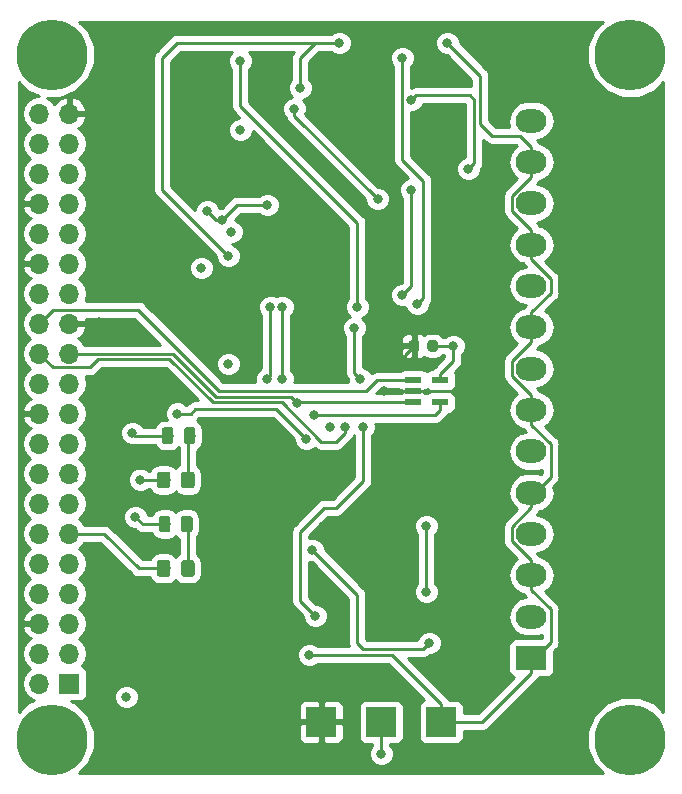
<source format=gbr>
G04 #@! TF.GenerationSoftware,KiCad,Pcbnew,6.0.0-rc1-unknown-46fddab~66~ubuntu16.04.1*
G04 #@! TF.CreationDate,2018-09-29T20:34:26+01:00*
G04 #@! TF.ProjectId,test,746573742E6B696361645F7063620000,rev?*
G04 #@! TF.SameCoordinates,Original*
G04 #@! TF.FileFunction,Copper,L1,Top,Signal*
G04 #@! TF.FilePolarity,Positive*
%FSLAX46Y46*%
G04 Gerber Fmt 4.6, Leading zero omitted, Abs format (unit mm)*
G04 Created by KiCad (PCBNEW 6.0.0-rc1-unknown-46fddab~66~ubuntu16.04.1) date Sat Sep 29 20:34:26 2018*
%MOMM*%
%LPD*%
G01*
G04 APERTURE LIST*
G04 #@! TA.AperFunction,SMDPad,CuDef*
%ADD10R,2.500000X2.500000*%
G04 #@! TD*
G04 #@! TA.AperFunction,ComponentPad*
%ADD11C,6.000000*%
G04 #@! TD*
G04 #@! TA.AperFunction,Conductor*
%ADD12C,0.100000*%
G04 #@! TD*
G04 #@! TA.AperFunction,SMDPad,CuDef*
%ADD13C,0.875000*%
G04 #@! TD*
G04 #@! TA.AperFunction,ComponentPad*
%ADD14R,2.600000X2.000000*%
G04 #@! TD*
G04 #@! TA.AperFunction,ComponentPad*
%ADD15O,2.600000X2.000000*%
G04 #@! TD*
G04 #@! TA.AperFunction,ComponentPad*
%ADD16R,1.700000X1.700000*%
G04 #@! TD*
G04 #@! TA.AperFunction,ComponentPad*
%ADD17O,1.700000X1.700000*%
G04 #@! TD*
G04 #@! TA.AperFunction,SMDPad,CuDef*
%ADD18R,1.390000X0.580000*%
G04 #@! TD*
G04 #@! TA.AperFunction,SMDPad,CuDef*
%ADD19C,1.150000*%
G04 #@! TD*
G04 #@! TA.AperFunction,SMDPad,CuDef*
%ADD20C,0.975000*%
G04 #@! TD*
G04 #@! TA.AperFunction,ViaPad*
%ADD21C,0.800000*%
G04 #@! TD*
G04 #@! TA.AperFunction,Conductor*
%ADD22C,0.250000*%
G04 #@! TD*
G04 #@! TA.AperFunction,Conductor*
%ADD23C,0.254000*%
G04 #@! TD*
G04 APERTURE END LIST*
D10*
G04 #@! TO.P,K,1*
G04 #@! TO.N,4V096*
X173990000Y-105750000D03*
G04 #@! TD*
G04 #@! TO.P,5V,1*
G04 #@! TO.N,5V*
X168910000Y-105750000D03*
G04 #@! TD*
D11*
G04 #@! TO.P,REF\002A\002A,1*
G04 #@! TO.N,N/C*
X141000000Y-49250000D03*
G04 #@! TD*
G04 #@! TO.P,REF\002A\002A,1*
G04 #@! TO.N,N/C*
X190000000Y-49250000D03*
G04 #@! TD*
G04 #@! TO.P,REF\002A\002A,1*
G04 #@! TO.N,N/C*
X190000000Y-107250000D03*
G04 #@! TD*
G04 #@! TO.P,REF\002A\002A,1*
G04 #@! TO.N,N/C*
X141000000Y-107250000D03*
G04 #@! TD*
D12*
G04 #@! TO.N,GND*
G04 #@! TO.C,C4*
G36*
X171918691Y-73440053D02*
X171939926Y-73443203D01*
X171960750Y-73448419D01*
X171980962Y-73455651D01*
X172000368Y-73464830D01*
X172018781Y-73475866D01*
X172036024Y-73488654D01*
X172051930Y-73503070D01*
X172066346Y-73518976D01*
X172079134Y-73536219D01*
X172090170Y-73554632D01*
X172099349Y-73574038D01*
X172106581Y-73594250D01*
X172111797Y-73615074D01*
X172114947Y-73636309D01*
X172116000Y-73657750D01*
X172116000Y-74170250D01*
X172114947Y-74191691D01*
X172111797Y-74212926D01*
X172106581Y-74233750D01*
X172099349Y-74253962D01*
X172090170Y-74273368D01*
X172079134Y-74291781D01*
X172066346Y-74309024D01*
X172051930Y-74324930D01*
X172036024Y-74339346D01*
X172018781Y-74352134D01*
X172000368Y-74363170D01*
X171980962Y-74372349D01*
X171960750Y-74379581D01*
X171939926Y-74384797D01*
X171918691Y-74387947D01*
X171897250Y-74389000D01*
X171459750Y-74389000D01*
X171438309Y-74387947D01*
X171417074Y-74384797D01*
X171396250Y-74379581D01*
X171376038Y-74372349D01*
X171356632Y-74363170D01*
X171338219Y-74352134D01*
X171320976Y-74339346D01*
X171305070Y-74324930D01*
X171290654Y-74309024D01*
X171277866Y-74291781D01*
X171266830Y-74273368D01*
X171257651Y-74253962D01*
X171250419Y-74233750D01*
X171245203Y-74212926D01*
X171242053Y-74191691D01*
X171241000Y-74170250D01*
X171241000Y-73657750D01*
X171242053Y-73636309D01*
X171245203Y-73615074D01*
X171250419Y-73594250D01*
X171257651Y-73574038D01*
X171266830Y-73554632D01*
X171277866Y-73536219D01*
X171290654Y-73518976D01*
X171305070Y-73503070D01*
X171320976Y-73488654D01*
X171338219Y-73475866D01*
X171356632Y-73464830D01*
X171376038Y-73455651D01*
X171396250Y-73448419D01*
X171417074Y-73443203D01*
X171438309Y-73440053D01*
X171459750Y-73439000D01*
X171897250Y-73439000D01*
X171918691Y-73440053D01*
X171918691Y-73440053D01*
G37*
D13*
G04 #@! TD*
G04 #@! TO.P,C4,2*
G04 #@! TO.N,GND*
X171678500Y-73914000D03*
D12*
G04 #@! TO.N,5V*
G04 #@! TO.C,C4*
G36*
X173493691Y-73440053D02*
X173514926Y-73443203D01*
X173535750Y-73448419D01*
X173555962Y-73455651D01*
X173575368Y-73464830D01*
X173593781Y-73475866D01*
X173611024Y-73488654D01*
X173626930Y-73503070D01*
X173641346Y-73518976D01*
X173654134Y-73536219D01*
X173665170Y-73554632D01*
X173674349Y-73574038D01*
X173681581Y-73594250D01*
X173686797Y-73615074D01*
X173689947Y-73636309D01*
X173691000Y-73657750D01*
X173691000Y-74170250D01*
X173689947Y-74191691D01*
X173686797Y-74212926D01*
X173681581Y-74233750D01*
X173674349Y-74253962D01*
X173665170Y-74273368D01*
X173654134Y-74291781D01*
X173641346Y-74309024D01*
X173626930Y-74324930D01*
X173611024Y-74339346D01*
X173593781Y-74352134D01*
X173575368Y-74363170D01*
X173555962Y-74372349D01*
X173535750Y-74379581D01*
X173514926Y-74384797D01*
X173493691Y-74387947D01*
X173472250Y-74389000D01*
X173034750Y-74389000D01*
X173013309Y-74387947D01*
X172992074Y-74384797D01*
X172971250Y-74379581D01*
X172951038Y-74372349D01*
X172931632Y-74363170D01*
X172913219Y-74352134D01*
X172895976Y-74339346D01*
X172880070Y-74324930D01*
X172865654Y-74309024D01*
X172852866Y-74291781D01*
X172841830Y-74273368D01*
X172832651Y-74253962D01*
X172825419Y-74233750D01*
X172820203Y-74212926D01*
X172817053Y-74191691D01*
X172816000Y-74170250D01*
X172816000Y-73657750D01*
X172817053Y-73636309D01*
X172820203Y-73615074D01*
X172825419Y-73594250D01*
X172832651Y-73574038D01*
X172841830Y-73554632D01*
X172852866Y-73536219D01*
X172865654Y-73518976D01*
X172880070Y-73503070D01*
X172895976Y-73488654D01*
X172913219Y-73475866D01*
X172931632Y-73464830D01*
X172951038Y-73455651D01*
X172971250Y-73448419D01*
X172992074Y-73443203D01*
X173013309Y-73440053D01*
X173034750Y-73439000D01*
X173472250Y-73439000D01*
X173493691Y-73440053D01*
X173493691Y-73440053D01*
G37*
D13*
G04 #@! TD*
G04 #@! TO.P,C4,1*
G04 #@! TO.N,5V*
X173253500Y-73914000D03*
D14*
G04 #@! TO.P,J1,1*
G04 #@! TO.N,4V096*
X181610000Y-100330000D03*
D15*
G04 #@! TO.P,J1,2*
G04 #@! TO.N,Net-(J1-Pad2)*
X181610000Y-96830000D03*
G04 #@! TO.P,J1,3*
G04 #@! TO.N,4V096*
X181610000Y-93330000D03*
G04 #@! TO.P,J1,4*
G04 #@! TO.N,Net-(J1-Pad4)*
X181610000Y-89830000D03*
G04 #@! TO.P,J1,5*
G04 #@! TO.N,4V096*
X181610000Y-86330000D03*
G04 #@! TO.P,J1,6*
G04 #@! TO.N,Net-(J1-Pad6)*
X181610000Y-82830000D03*
G04 #@! TO.P,J1,7*
G04 #@! TO.N,4V096*
X181610000Y-79330000D03*
G04 #@! TO.P,J1,8*
G04 #@! TO.N,Net-(J1-Pad8)*
X181610000Y-75830000D03*
G04 #@! TO.P,J1,9*
G04 #@! TO.N,4V096*
X181610000Y-72330000D03*
G04 #@! TO.P,J1,10*
G04 #@! TO.N,Net-(J1-Pad10)*
X181610000Y-68830000D03*
G04 #@! TO.P,J1,11*
G04 #@! TO.N,4V096*
X181610000Y-65330000D03*
G04 #@! TO.P,J1,12*
G04 #@! TO.N,Net-(J1-Pad12)*
X181610000Y-61830000D03*
G04 #@! TO.P,J1,13*
G04 #@! TO.N,4V096*
X181610000Y-58330000D03*
G04 #@! TO.P,J1,14*
G04 #@! TO.N,Net-(J1-Pad14)*
X181610000Y-54830000D03*
G04 #@! TD*
D16*
G04 #@! TO.P,RASPI_2_3_HEADER1,1*
G04 #@! TO.N,Net-(RASPI_2_3_HEADER1-Pad1)*
X142500000Y-102500000D03*
D17*
G04 #@! TO.P,RASPI_2_3_HEADER1,2*
G04 #@! TO.N,5V*
X139960000Y-102500000D03*
G04 #@! TO.P,RASPI_2_3_HEADER1,3*
G04 #@! TO.N,Net-(RASPI_2_3_HEADER1-Pad3)*
X142500000Y-99960000D03*
G04 #@! TO.P,RASPI_2_3_HEADER1,4*
G04 #@! TO.N,5V*
X139960000Y-99960000D03*
G04 #@! TO.P,RASPI_2_3_HEADER1,5*
G04 #@! TO.N,Net-(RASPI_2_3_HEADER1-Pad5)*
X142500000Y-97420000D03*
G04 #@! TO.P,RASPI_2_3_HEADER1,6*
G04 #@! TO.N,GND*
X139960000Y-97420000D03*
G04 #@! TO.P,RASPI_2_3_HEADER1,7*
G04 #@! TO.N,Net-(RASPI_2_3_HEADER1-Pad7)*
X142500000Y-94880000D03*
G04 #@! TO.P,RASPI_2_3_HEADER1,8*
G04 #@! TO.N,Net-(RASPI_2_3_HEADER1-Pad8)*
X139960000Y-94880000D03*
G04 #@! TO.P,RASPI_2_3_HEADER1,9*
G04 #@! TO.N,Net-(RASPI_2_3_HEADER1-Pad9)*
X142500000Y-92340000D03*
G04 #@! TO.P,RASPI_2_3_HEADER1,10*
G04 #@! TO.N,Net-(RASPI_2_3_HEADER1-Pad10)*
X139960000Y-92340000D03*
G04 #@! TO.P,RASPI_2_3_HEADER1,11*
G04 #@! TO.N,Net-(D3-Pad1)*
X142500000Y-89800000D03*
G04 #@! TO.P,RASPI_2_3_HEADER1,12*
G04 #@! TO.N,Net-(RASPI_2_3_HEADER1-Pad12)*
X139960000Y-89800000D03*
G04 #@! TO.P,RASPI_2_3_HEADER1,13*
G04 #@! TO.N,Net-(RASPI_2_3_HEADER1-Pad13)*
X142500000Y-87260000D03*
G04 #@! TO.P,RASPI_2_3_HEADER1,14*
G04 #@! TO.N,Net-(RASPI_2_3_HEADER1-Pad14)*
X139960000Y-87260000D03*
G04 #@! TO.P,RASPI_2_3_HEADER1,15*
G04 #@! TO.N,Net-(D2-Pad1)*
X142500000Y-84720000D03*
G04 #@! TO.P,RASPI_2_3_HEADER1,16*
G04 #@! TO.N,Net-(RASPI_2_3_HEADER1-Pad16)*
X139960000Y-84720000D03*
G04 #@! TO.P,RASPI_2_3_HEADER1,17*
G04 #@! TO.N,Net-(RASPI_2_3_HEADER1-Pad17)*
X142500000Y-82180000D03*
G04 #@! TO.P,RASPI_2_3_HEADER1,18*
G04 #@! TO.N,Net-(RASPI_2_3_HEADER1-Pad18)*
X139960000Y-82180000D03*
G04 #@! TO.P,RASPI_2_3_HEADER1,19*
G04 #@! TO.N,MOSI_0*
X142500000Y-79640000D03*
G04 #@! TO.P,RASPI_2_3_HEADER1,20*
G04 #@! TO.N,GND*
X139960000Y-79640000D03*
G04 #@! TO.P,RASPI_2_3_HEADER1,21*
G04 #@! TO.N,MISO_0*
X142500000Y-77100000D03*
G04 #@! TO.P,RASPI_2_3_HEADER1,22*
G04 #@! TO.N,Net-(RASPI_2_3_HEADER1-Pad22)*
X139960000Y-77100000D03*
G04 #@! TO.P,RASPI_2_3_HEADER1,23*
G04 #@! TO.N,SCLK0*
X142500000Y-74560000D03*
G04 #@! TO.P,RASPI_2_3_HEADER1,24*
G04 #@! TO.N,CE0*
X139960000Y-74560000D03*
G04 #@! TO.P,RASPI_2_3_HEADER1,25*
G04 #@! TO.N,GND*
X142500000Y-72020000D03*
G04 #@! TO.P,RASPI_2_3_HEADER1,26*
G04 #@! TO.N,CE1*
X139960000Y-72020000D03*
G04 #@! TO.P,RASPI_2_3_HEADER1,27*
G04 #@! TO.N,Net-(RASPI_2_3_HEADER1-Pad27)*
X142500000Y-69480000D03*
G04 #@! TO.P,RASPI_2_3_HEADER1,28*
G04 #@! TO.N,Net-(RASPI_2_3_HEADER1-Pad28)*
X139960000Y-69480000D03*
G04 #@! TO.P,RASPI_2_3_HEADER1,29*
G04 #@! TO.N,Net-(RASPI_2_3_HEADER1-Pad29)*
X142500000Y-66940000D03*
G04 #@! TO.P,RASPI_2_3_HEADER1,30*
G04 #@! TO.N,GND*
X139960000Y-66940000D03*
G04 #@! TO.P,RASPI_2_3_HEADER1,31*
G04 #@! TO.N,Net-(RASPI_2_3_HEADER1-Pad31)*
X142500000Y-64400000D03*
G04 #@! TO.P,RASPI_2_3_HEADER1,32*
G04 #@! TO.N,Net-(RASPI_2_3_HEADER1-Pad32)*
X139960000Y-64400000D03*
G04 #@! TO.P,RASPI_2_3_HEADER1,33*
G04 #@! TO.N,Net-(RASPI_2_3_HEADER1-Pad33)*
X142500000Y-61860000D03*
G04 #@! TO.P,RASPI_2_3_HEADER1,34*
G04 #@! TO.N,GND*
X139960000Y-61860000D03*
G04 #@! TO.P,RASPI_2_3_HEADER1,35*
G04 #@! TO.N,Net-(RASPI_2_3_HEADER1-Pad35)*
X142500000Y-59320000D03*
G04 #@! TO.P,RASPI_2_3_HEADER1,36*
G04 #@! TO.N,Net-(RASPI_2_3_HEADER1-Pad36)*
X139960000Y-59320000D03*
G04 #@! TO.P,RASPI_2_3_HEADER1,37*
G04 #@! TO.N,Net-(RASPI_2_3_HEADER1-Pad37)*
X142500000Y-56780000D03*
G04 #@! TO.P,RASPI_2_3_HEADER1,38*
G04 #@! TO.N,Net-(RASPI_2_3_HEADER1-Pad38)*
X139960000Y-56780000D03*
G04 #@! TO.P,RASPI_2_3_HEADER1,39*
G04 #@! TO.N,GND*
X142500000Y-54240000D03*
G04 #@! TO.P,RASPI_2_3_HEADER1,40*
G04 #@! TO.N,Net-(RASPI_2_3_HEADER1-Pad40)*
X139960000Y-54240000D03*
G04 #@! TD*
D18*
G04 #@! TO.P,U4,1*
G04 #@! TO.N,CE1*
X171585000Y-76800000D03*
G04 #@! TO.P,U4,2*
G04 #@! TO.N,GND*
X171585000Y-77750000D03*
G04 #@! TO.P,U4,3*
G04 #@! TO.N,SCLK0*
X171585000Y-78700000D03*
G04 #@! TO.P,U4,4*
G04 #@! TO.N,MISO_0*
X173915000Y-78700000D03*
G04 #@! TO.P,U4,5*
G04 #@! TO.N,5V*
X173915000Y-76800000D03*
G04 #@! TD*
D10*
G04 #@! TO.P,GND,1*
G04 #@! TO.N,GND*
X163830000Y-105750000D03*
G04 #@! TD*
D12*
G04 #@! TO.N,Net-(D2-Pad1)*
G04 #@! TO.C,D2*
G36*
X150824505Y-84551204D02*
X150848773Y-84554804D01*
X150872572Y-84560765D01*
X150895671Y-84569030D01*
X150917850Y-84579520D01*
X150938893Y-84592132D01*
X150958599Y-84606747D01*
X150976777Y-84623223D01*
X150993253Y-84641401D01*
X151007868Y-84661107D01*
X151020480Y-84682150D01*
X151030970Y-84704329D01*
X151039235Y-84727428D01*
X151045196Y-84751227D01*
X151048796Y-84775495D01*
X151050000Y-84799999D01*
X151050000Y-85700001D01*
X151048796Y-85724505D01*
X151045196Y-85748773D01*
X151039235Y-85772572D01*
X151030970Y-85795671D01*
X151020480Y-85817850D01*
X151007868Y-85838893D01*
X150993253Y-85858599D01*
X150976777Y-85876777D01*
X150958599Y-85893253D01*
X150938893Y-85907868D01*
X150917850Y-85920480D01*
X150895671Y-85930970D01*
X150872572Y-85939235D01*
X150848773Y-85945196D01*
X150824505Y-85948796D01*
X150800001Y-85950000D01*
X150149999Y-85950000D01*
X150125495Y-85948796D01*
X150101227Y-85945196D01*
X150077428Y-85939235D01*
X150054329Y-85930970D01*
X150032150Y-85920480D01*
X150011107Y-85907868D01*
X149991401Y-85893253D01*
X149973223Y-85876777D01*
X149956747Y-85858599D01*
X149942132Y-85838893D01*
X149929520Y-85817850D01*
X149919030Y-85795671D01*
X149910765Y-85772572D01*
X149904804Y-85748773D01*
X149901204Y-85724505D01*
X149900000Y-85700001D01*
X149900000Y-84799999D01*
X149901204Y-84775495D01*
X149904804Y-84751227D01*
X149910765Y-84727428D01*
X149919030Y-84704329D01*
X149929520Y-84682150D01*
X149942132Y-84661107D01*
X149956747Y-84641401D01*
X149973223Y-84623223D01*
X149991401Y-84606747D01*
X150011107Y-84592132D01*
X150032150Y-84579520D01*
X150054329Y-84569030D01*
X150077428Y-84560765D01*
X150101227Y-84554804D01*
X150125495Y-84551204D01*
X150149999Y-84550000D01*
X150800001Y-84550000D01*
X150824505Y-84551204D01*
X150824505Y-84551204D01*
G37*
D19*
G04 #@! TD*
G04 #@! TO.P,D2,1*
G04 #@! TO.N,Net-(D2-Pad1)*
X150475000Y-85250000D03*
D12*
G04 #@! TO.N,Net-(D2-Pad2)*
G04 #@! TO.C,D2*
G36*
X152874505Y-84551204D02*
X152898773Y-84554804D01*
X152922572Y-84560765D01*
X152945671Y-84569030D01*
X152967850Y-84579520D01*
X152988893Y-84592132D01*
X153008599Y-84606747D01*
X153026777Y-84623223D01*
X153043253Y-84641401D01*
X153057868Y-84661107D01*
X153070480Y-84682150D01*
X153080970Y-84704329D01*
X153089235Y-84727428D01*
X153095196Y-84751227D01*
X153098796Y-84775495D01*
X153100000Y-84799999D01*
X153100000Y-85700001D01*
X153098796Y-85724505D01*
X153095196Y-85748773D01*
X153089235Y-85772572D01*
X153080970Y-85795671D01*
X153070480Y-85817850D01*
X153057868Y-85838893D01*
X153043253Y-85858599D01*
X153026777Y-85876777D01*
X153008599Y-85893253D01*
X152988893Y-85907868D01*
X152967850Y-85920480D01*
X152945671Y-85930970D01*
X152922572Y-85939235D01*
X152898773Y-85945196D01*
X152874505Y-85948796D01*
X152850001Y-85950000D01*
X152199999Y-85950000D01*
X152175495Y-85948796D01*
X152151227Y-85945196D01*
X152127428Y-85939235D01*
X152104329Y-85930970D01*
X152082150Y-85920480D01*
X152061107Y-85907868D01*
X152041401Y-85893253D01*
X152023223Y-85876777D01*
X152006747Y-85858599D01*
X151992132Y-85838893D01*
X151979520Y-85817850D01*
X151969030Y-85795671D01*
X151960765Y-85772572D01*
X151954804Y-85748773D01*
X151951204Y-85724505D01*
X151950000Y-85700001D01*
X151950000Y-84799999D01*
X151951204Y-84775495D01*
X151954804Y-84751227D01*
X151960765Y-84727428D01*
X151969030Y-84704329D01*
X151979520Y-84682150D01*
X151992132Y-84661107D01*
X152006747Y-84641401D01*
X152023223Y-84623223D01*
X152041401Y-84606747D01*
X152061107Y-84592132D01*
X152082150Y-84579520D01*
X152104329Y-84569030D01*
X152127428Y-84560765D01*
X152151227Y-84554804D01*
X152175495Y-84551204D01*
X152199999Y-84550000D01*
X152850001Y-84550000D01*
X152874505Y-84551204D01*
X152874505Y-84551204D01*
G37*
D19*
G04 #@! TD*
G04 #@! TO.P,D2,2*
G04 #@! TO.N,Net-(D2-Pad2)*
X152525000Y-85250000D03*
D12*
G04 #@! TO.N,Net-(D3-Pad2)*
G04 #@! TO.C,D3*
G36*
X152874505Y-92051204D02*
X152898773Y-92054804D01*
X152922572Y-92060765D01*
X152945671Y-92069030D01*
X152967850Y-92079520D01*
X152988893Y-92092132D01*
X153008599Y-92106747D01*
X153026777Y-92123223D01*
X153043253Y-92141401D01*
X153057868Y-92161107D01*
X153070480Y-92182150D01*
X153080970Y-92204329D01*
X153089235Y-92227428D01*
X153095196Y-92251227D01*
X153098796Y-92275495D01*
X153100000Y-92299999D01*
X153100000Y-93200001D01*
X153098796Y-93224505D01*
X153095196Y-93248773D01*
X153089235Y-93272572D01*
X153080970Y-93295671D01*
X153070480Y-93317850D01*
X153057868Y-93338893D01*
X153043253Y-93358599D01*
X153026777Y-93376777D01*
X153008599Y-93393253D01*
X152988893Y-93407868D01*
X152967850Y-93420480D01*
X152945671Y-93430970D01*
X152922572Y-93439235D01*
X152898773Y-93445196D01*
X152874505Y-93448796D01*
X152850001Y-93450000D01*
X152199999Y-93450000D01*
X152175495Y-93448796D01*
X152151227Y-93445196D01*
X152127428Y-93439235D01*
X152104329Y-93430970D01*
X152082150Y-93420480D01*
X152061107Y-93407868D01*
X152041401Y-93393253D01*
X152023223Y-93376777D01*
X152006747Y-93358599D01*
X151992132Y-93338893D01*
X151979520Y-93317850D01*
X151969030Y-93295671D01*
X151960765Y-93272572D01*
X151954804Y-93248773D01*
X151951204Y-93224505D01*
X151950000Y-93200001D01*
X151950000Y-92299999D01*
X151951204Y-92275495D01*
X151954804Y-92251227D01*
X151960765Y-92227428D01*
X151969030Y-92204329D01*
X151979520Y-92182150D01*
X151992132Y-92161107D01*
X152006747Y-92141401D01*
X152023223Y-92123223D01*
X152041401Y-92106747D01*
X152061107Y-92092132D01*
X152082150Y-92079520D01*
X152104329Y-92069030D01*
X152127428Y-92060765D01*
X152151227Y-92054804D01*
X152175495Y-92051204D01*
X152199999Y-92050000D01*
X152850001Y-92050000D01*
X152874505Y-92051204D01*
X152874505Y-92051204D01*
G37*
D19*
G04 #@! TD*
G04 #@! TO.P,D3,2*
G04 #@! TO.N,Net-(D3-Pad2)*
X152525000Y-92750000D03*
D12*
G04 #@! TO.N,Net-(D3-Pad1)*
G04 #@! TO.C,D3*
G36*
X150824505Y-92051204D02*
X150848773Y-92054804D01*
X150872572Y-92060765D01*
X150895671Y-92069030D01*
X150917850Y-92079520D01*
X150938893Y-92092132D01*
X150958599Y-92106747D01*
X150976777Y-92123223D01*
X150993253Y-92141401D01*
X151007868Y-92161107D01*
X151020480Y-92182150D01*
X151030970Y-92204329D01*
X151039235Y-92227428D01*
X151045196Y-92251227D01*
X151048796Y-92275495D01*
X151050000Y-92299999D01*
X151050000Y-93200001D01*
X151048796Y-93224505D01*
X151045196Y-93248773D01*
X151039235Y-93272572D01*
X151030970Y-93295671D01*
X151020480Y-93317850D01*
X151007868Y-93338893D01*
X150993253Y-93358599D01*
X150976777Y-93376777D01*
X150958599Y-93393253D01*
X150938893Y-93407868D01*
X150917850Y-93420480D01*
X150895671Y-93430970D01*
X150872572Y-93439235D01*
X150848773Y-93445196D01*
X150824505Y-93448796D01*
X150800001Y-93450000D01*
X150149999Y-93450000D01*
X150125495Y-93448796D01*
X150101227Y-93445196D01*
X150077428Y-93439235D01*
X150054329Y-93430970D01*
X150032150Y-93420480D01*
X150011107Y-93407868D01*
X149991401Y-93393253D01*
X149973223Y-93376777D01*
X149956747Y-93358599D01*
X149942132Y-93338893D01*
X149929520Y-93317850D01*
X149919030Y-93295671D01*
X149910765Y-93272572D01*
X149904804Y-93248773D01*
X149901204Y-93224505D01*
X149900000Y-93200001D01*
X149900000Y-92299999D01*
X149901204Y-92275495D01*
X149904804Y-92251227D01*
X149910765Y-92227428D01*
X149919030Y-92204329D01*
X149929520Y-92182150D01*
X149942132Y-92161107D01*
X149956747Y-92141401D01*
X149973223Y-92123223D01*
X149991401Y-92106747D01*
X150011107Y-92092132D01*
X150032150Y-92079520D01*
X150054329Y-92069030D01*
X150077428Y-92060765D01*
X150101227Y-92054804D01*
X150125495Y-92051204D01*
X150149999Y-92050000D01*
X150800001Y-92050000D01*
X150824505Y-92051204D01*
X150824505Y-92051204D01*
G37*
D19*
G04 #@! TD*
G04 #@! TO.P,D3,1*
G04 #@! TO.N,Net-(D3-Pad1)*
X150475000Y-92750000D03*
D12*
G04 #@! TO.N,Net-(D2-Pad2)*
G04 #@! TO.C,R18*
G36*
X152955142Y-80801174D02*
X152978803Y-80804684D01*
X153002007Y-80810496D01*
X153024529Y-80818554D01*
X153046153Y-80828782D01*
X153066670Y-80841079D01*
X153085883Y-80855329D01*
X153103607Y-80871393D01*
X153119671Y-80889117D01*
X153133921Y-80908330D01*
X153146218Y-80928847D01*
X153156446Y-80950471D01*
X153164504Y-80972993D01*
X153170316Y-80996197D01*
X153173826Y-81019858D01*
X153175000Y-81043750D01*
X153175000Y-81956250D01*
X153173826Y-81980142D01*
X153170316Y-82003803D01*
X153164504Y-82027007D01*
X153156446Y-82049529D01*
X153146218Y-82071153D01*
X153133921Y-82091670D01*
X153119671Y-82110883D01*
X153103607Y-82128607D01*
X153085883Y-82144671D01*
X153066670Y-82158921D01*
X153046153Y-82171218D01*
X153024529Y-82181446D01*
X153002007Y-82189504D01*
X152978803Y-82195316D01*
X152955142Y-82198826D01*
X152931250Y-82200000D01*
X152443750Y-82200000D01*
X152419858Y-82198826D01*
X152396197Y-82195316D01*
X152372993Y-82189504D01*
X152350471Y-82181446D01*
X152328847Y-82171218D01*
X152308330Y-82158921D01*
X152289117Y-82144671D01*
X152271393Y-82128607D01*
X152255329Y-82110883D01*
X152241079Y-82091670D01*
X152228782Y-82071153D01*
X152218554Y-82049529D01*
X152210496Y-82027007D01*
X152204684Y-82003803D01*
X152201174Y-81980142D01*
X152200000Y-81956250D01*
X152200000Y-81043750D01*
X152201174Y-81019858D01*
X152204684Y-80996197D01*
X152210496Y-80972993D01*
X152218554Y-80950471D01*
X152228782Y-80928847D01*
X152241079Y-80908330D01*
X152255329Y-80889117D01*
X152271393Y-80871393D01*
X152289117Y-80855329D01*
X152308330Y-80841079D01*
X152328847Y-80828782D01*
X152350471Y-80818554D01*
X152372993Y-80810496D01*
X152396197Y-80804684D01*
X152419858Y-80801174D01*
X152443750Y-80800000D01*
X152931250Y-80800000D01*
X152955142Y-80801174D01*
X152955142Y-80801174D01*
G37*
D20*
G04 #@! TD*
G04 #@! TO.P,R18,2*
G04 #@! TO.N,Net-(D2-Pad2)*
X152687500Y-81500000D03*
D12*
G04 #@! TO.N,5V*
G04 #@! TO.C,R18*
G36*
X151080142Y-80801174D02*
X151103803Y-80804684D01*
X151127007Y-80810496D01*
X151149529Y-80818554D01*
X151171153Y-80828782D01*
X151191670Y-80841079D01*
X151210883Y-80855329D01*
X151228607Y-80871393D01*
X151244671Y-80889117D01*
X151258921Y-80908330D01*
X151271218Y-80928847D01*
X151281446Y-80950471D01*
X151289504Y-80972993D01*
X151295316Y-80996197D01*
X151298826Y-81019858D01*
X151300000Y-81043750D01*
X151300000Y-81956250D01*
X151298826Y-81980142D01*
X151295316Y-82003803D01*
X151289504Y-82027007D01*
X151281446Y-82049529D01*
X151271218Y-82071153D01*
X151258921Y-82091670D01*
X151244671Y-82110883D01*
X151228607Y-82128607D01*
X151210883Y-82144671D01*
X151191670Y-82158921D01*
X151171153Y-82171218D01*
X151149529Y-82181446D01*
X151127007Y-82189504D01*
X151103803Y-82195316D01*
X151080142Y-82198826D01*
X151056250Y-82200000D01*
X150568750Y-82200000D01*
X150544858Y-82198826D01*
X150521197Y-82195316D01*
X150497993Y-82189504D01*
X150475471Y-82181446D01*
X150453847Y-82171218D01*
X150433330Y-82158921D01*
X150414117Y-82144671D01*
X150396393Y-82128607D01*
X150380329Y-82110883D01*
X150366079Y-82091670D01*
X150353782Y-82071153D01*
X150343554Y-82049529D01*
X150335496Y-82027007D01*
X150329684Y-82003803D01*
X150326174Y-81980142D01*
X150325000Y-81956250D01*
X150325000Y-81043750D01*
X150326174Y-81019858D01*
X150329684Y-80996197D01*
X150335496Y-80972993D01*
X150343554Y-80950471D01*
X150353782Y-80928847D01*
X150366079Y-80908330D01*
X150380329Y-80889117D01*
X150396393Y-80871393D01*
X150414117Y-80855329D01*
X150433330Y-80841079D01*
X150453847Y-80828782D01*
X150475471Y-80818554D01*
X150497993Y-80810496D01*
X150521197Y-80804684D01*
X150544858Y-80801174D01*
X150568750Y-80800000D01*
X151056250Y-80800000D01*
X151080142Y-80801174D01*
X151080142Y-80801174D01*
G37*
D20*
G04 #@! TD*
G04 #@! TO.P,R18,1*
G04 #@! TO.N,5V*
X150812500Y-81500000D03*
D12*
G04 #@! TO.N,5V*
G04 #@! TO.C,R19*
G36*
X150830142Y-88301174D02*
X150853803Y-88304684D01*
X150877007Y-88310496D01*
X150899529Y-88318554D01*
X150921153Y-88328782D01*
X150941670Y-88341079D01*
X150960883Y-88355329D01*
X150978607Y-88371393D01*
X150994671Y-88389117D01*
X151008921Y-88408330D01*
X151021218Y-88428847D01*
X151031446Y-88450471D01*
X151039504Y-88472993D01*
X151045316Y-88496197D01*
X151048826Y-88519858D01*
X151050000Y-88543750D01*
X151050000Y-89456250D01*
X151048826Y-89480142D01*
X151045316Y-89503803D01*
X151039504Y-89527007D01*
X151031446Y-89549529D01*
X151021218Y-89571153D01*
X151008921Y-89591670D01*
X150994671Y-89610883D01*
X150978607Y-89628607D01*
X150960883Y-89644671D01*
X150941670Y-89658921D01*
X150921153Y-89671218D01*
X150899529Y-89681446D01*
X150877007Y-89689504D01*
X150853803Y-89695316D01*
X150830142Y-89698826D01*
X150806250Y-89700000D01*
X150318750Y-89700000D01*
X150294858Y-89698826D01*
X150271197Y-89695316D01*
X150247993Y-89689504D01*
X150225471Y-89681446D01*
X150203847Y-89671218D01*
X150183330Y-89658921D01*
X150164117Y-89644671D01*
X150146393Y-89628607D01*
X150130329Y-89610883D01*
X150116079Y-89591670D01*
X150103782Y-89571153D01*
X150093554Y-89549529D01*
X150085496Y-89527007D01*
X150079684Y-89503803D01*
X150076174Y-89480142D01*
X150075000Y-89456250D01*
X150075000Y-88543750D01*
X150076174Y-88519858D01*
X150079684Y-88496197D01*
X150085496Y-88472993D01*
X150093554Y-88450471D01*
X150103782Y-88428847D01*
X150116079Y-88408330D01*
X150130329Y-88389117D01*
X150146393Y-88371393D01*
X150164117Y-88355329D01*
X150183330Y-88341079D01*
X150203847Y-88328782D01*
X150225471Y-88318554D01*
X150247993Y-88310496D01*
X150271197Y-88304684D01*
X150294858Y-88301174D01*
X150318750Y-88300000D01*
X150806250Y-88300000D01*
X150830142Y-88301174D01*
X150830142Y-88301174D01*
G37*
D20*
G04 #@! TD*
G04 #@! TO.P,R19,1*
G04 #@! TO.N,5V*
X150562500Y-89000000D03*
D12*
G04 #@! TO.N,Net-(D3-Pad2)*
G04 #@! TO.C,R19*
G36*
X152705142Y-88301174D02*
X152728803Y-88304684D01*
X152752007Y-88310496D01*
X152774529Y-88318554D01*
X152796153Y-88328782D01*
X152816670Y-88341079D01*
X152835883Y-88355329D01*
X152853607Y-88371393D01*
X152869671Y-88389117D01*
X152883921Y-88408330D01*
X152896218Y-88428847D01*
X152906446Y-88450471D01*
X152914504Y-88472993D01*
X152920316Y-88496197D01*
X152923826Y-88519858D01*
X152925000Y-88543750D01*
X152925000Y-89456250D01*
X152923826Y-89480142D01*
X152920316Y-89503803D01*
X152914504Y-89527007D01*
X152906446Y-89549529D01*
X152896218Y-89571153D01*
X152883921Y-89591670D01*
X152869671Y-89610883D01*
X152853607Y-89628607D01*
X152835883Y-89644671D01*
X152816670Y-89658921D01*
X152796153Y-89671218D01*
X152774529Y-89681446D01*
X152752007Y-89689504D01*
X152728803Y-89695316D01*
X152705142Y-89698826D01*
X152681250Y-89700000D01*
X152193750Y-89700000D01*
X152169858Y-89698826D01*
X152146197Y-89695316D01*
X152122993Y-89689504D01*
X152100471Y-89681446D01*
X152078847Y-89671218D01*
X152058330Y-89658921D01*
X152039117Y-89644671D01*
X152021393Y-89628607D01*
X152005329Y-89610883D01*
X151991079Y-89591670D01*
X151978782Y-89571153D01*
X151968554Y-89549529D01*
X151960496Y-89527007D01*
X151954684Y-89503803D01*
X151951174Y-89480142D01*
X151950000Y-89456250D01*
X151950000Y-88543750D01*
X151951174Y-88519858D01*
X151954684Y-88496197D01*
X151960496Y-88472993D01*
X151968554Y-88450471D01*
X151978782Y-88428847D01*
X151991079Y-88408330D01*
X152005329Y-88389117D01*
X152021393Y-88371393D01*
X152039117Y-88355329D01*
X152058330Y-88341079D01*
X152078847Y-88328782D01*
X152100471Y-88318554D01*
X152122993Y-88310496D01*
X152146197Y-88304684D01*
X152169858Y-88301174D01*
X152193750Y-88300000D01*
X152681250Y-88300000D01*
X152705142Y-88301174D01*
X152705142Y-88301174D01*
G37*
D20*
G04 #@! TD*
G04 #@! TO.P,R19,2*
G04 #@! TO.N,Net-(D3-Pad2)*
X152437500Y-89000000D03*
D21*
G04 #@! TO.N,4V096*
X162814000Y-100076000D03*
X162052000Y-52070000D03*
X155956000Y-66294000D03*
X165354000Y-48260000D03*
X174498000Y-48260000D03*
G04 #@! TO.N,Net-(R5-Pad2)*
X159258000Y-76708000D03*
X159512000Y-70612000D03*
G04 #@! TO.N,Net-(R12-Pad2)*
X163068000Y-91186000D03*
X172974000Y-99060000D03*
G04 #@! TO.N,Net-(R6-Pad2)*
X160528000Y-76708000D03*
X160528000Y-70612000D03*
G04 #@! TO.N,Net-(R14-Pad2)*
X172720000Y-94742000D03*
X172720000Y-89154000D03*
G04 #@! TO.N,Net-(R7-Pad2)*
X166624000Y-72390000D03*
X167132000Y-76708000D03*
X167386000Y-80772000D03*
X163322000Y-96774000D03*
G04 #@! TO.N,Net-(R16-Pad2)*
X161544000Y-53848000D03*
X168598315Y-61468000D03*
G04 #@! TO.N,Net-(R8-Pad2)*
X156972000Y-49784000D03*
X166878000Y-70612000D03*
G04 #@! TO.N,Net-(R9-Pad1)*
X171450000Y-60706000D03*
X170688000Y-69596000D03*
G04 #@! TO.N,Net-(R10-Pad1)*
X171450000Y-53086000D03*
X176276000Y-58928000D03*
G04 #@! TO.N,Net-(R10-Pad2)*
X171958000Y-70358000D03*
X170688000Y-49530000D03*
G04 #@! TO.N,5V*
X168910000Y-108458000D03*
X148082000Y-88392000D03*
X147828000Y-81280000D03*
X175006000Y-73914000D03*
X153670000Y-67310000D03*
X155956000Y-75438000D03*
X156972000Y-55626000D03*
X159258000Y-61976000D03*
X155448000Y-63246000D03*
X154178000Y-62484000D03*
X156210000Y-64262000D03*
X147320000Y-103632000D03*
G04 #@! TO.N,GND*
X169164000Y-77724000D03*
X169164000Y-75438000D03*
X170942000Y-75438000D03*
X169926000Y-73914000D03*
X167616000Y-93750000D03*
X160782000Y-85852000D03*
X166498000Y-55500000D03*
X147828000Y-72644000D03*
X145034000Y-71882000D03*
X147828000Y-68834000D03*
X161681000Y-72644000D03*
X189992000Y-96774000D03*
X189992000Y-89662000D03*
X189992000Y-82804000D03*
X189934000Y-75750000D03*
X189992000Y-68834000D03*
X189992000Y-61722000D03*
X189992000Y-54864000D03*
X150876000Y-70612000D03*
X164846000Y-64008000D03*
X154178000Y-101954000D03*
G04 #@! TO.N,MISO_0*
X163195000Y-79756000D03*
G04 #@! TO.N,MOSI_0*
X164592000Y-80772000D03*
X151638000Y-79640000D03*
X162555347Y-81792653D03*
G04 #@! TO.N,SCLK0*
X161798000Y-78740000D03*
G04 #@! TO.N,CE0*
X165862000Y-80772000D03*
G04 #@! TO.N,Net-(D2-Pad1)*
X148496000Y-85250000D03*
G04 #@! TD*
D22*
G04 #@! TO.N,4V096*
X177440000Y-105750000D02*
X181610000Y-101580000D01*
X181610000Y-101580000D02*
X181610000Y-100330000D01*
X173990000Y-105750000D02*
X177440000Y-105750000D01*
X181610000Y-94580000D02*
X181610000Y-93330000D01*
X183235010Y-96205010D02*
X181610000Y-94580000D01*
X183235010Y-99004990D02*
X183235010Y-96205010D01*
X181910000Y-100330000D02*
X183235010Y-99004990D01*
X181610000Y-100330000D02*
X181910000Y-100330000D01*
X181610000Y-87580000D02*
X181610000Y-86330000D01*
X179984990Y-89205010D02*
X181610000Y-87580000D01*
X179984990Y-90454990D02*
X179984990Y-89205010D01*
X181610000Y-92080000D02*
X179984990Y-90454990D01*
X181610000Y-93330000D02*
X181610000Y-92080000D01*
X181610000Y-80580000D02*
X181610000Y-79330000D01*
X183235010Y-82205010D02*
X181610000Y-80580000D01*
X183235010Y-85004990D02*
X183235010Y-82205010D01*
X181910000Y-86330000D02*
X183235010Y-85004990D01*
X181610000Y-86330000D02*
X181910000Y-86330000D01*
X181610000Y-73580000D02*
X181610000Y-72330000D01*
X179984990Y-75205010D02*
X181610000Y-73580000D01*
X179984990Y-76454990D02*
X179984990Y-75205010D01*
X181610000Y-78080000D02*
X179984990Y-76454990D01*
X181610000Y-79330000D02*
X181610000Y-78080000D01*
X181610000Y-66580000D02*
X181610000Y-65330000D01*
X183235010Y-68205010D02*
X181610000Y-66580000D01*
X183235010Y-69454990D02*
X183235010Y-68205010D01*
X181610000Y-71080000D02*
X183235010Y-69454990D01*
X181610000Y-72330000D02*
X181610000Y-71080000D01*
X181610000Y-59580000D02*
X181610000Y-58330000D01*
X179984990Y-62454990D02*
X179984990Y-61205010D01*
X179984990Y-61205010D02*
X181610000Y-59580000D01*
X181610000Y-64080000D02*
X179984990Y-62454990D01*
X181610000Y-65330000D02*
X181610000Y-64080000D01*
X173990000Y-104250000D02*
X169816000Y-100076000D01*
X173990000Y-105750000D02*
X173990000Y-104250000D01*
X169816000Y-100076000D02*
X162814000Y-100076000D01*
X181610000Y-57080000D02*
X180664000Y-56134000D01*
X181610000Y-58330000D02*
X181610000Y-57080000D01*
X180664000Y-56134000D02*
X178308000Y-56134000D01*
X178308000Y-56134000D02*
X177292000Y-55118000D01*
X177292000Y-55118000D02*
X177292000Y-51054000D01*
X177292000Y-51054000D02*
X174498000Y-48260000D01*
X164084000Y-48260000D02*
X163322000Y-48260000D01*
X163322000Y-48260000D02*
X162052000Y-49530000D01*
X162052000Y-49530000D02*
X162052000Y-52070000D01*
X150368000Y-49530000D02*
X151638000Y-48260000D01*
X155956000Y-66294000D02*
X150368000Y-60706000D01*
X151638000Y-48260000D02*
X163322000Y-48260000D01*
X150368000Y-60706000D02*
X150368000Y-49530000D01*
X165354000Y-48260000D02*
X164084000Y-48260000D01*
G04 #@! TO.N,Net-(R5-Pad2)*
X159512000Y-76454000D02*
X159258000Y-76708000D01*
X159512000Y-70612000D02*
X159512000Y-76454000D01*
G04 #@! TO.N,Net-(R12-Pad2)*
X166878000Y-94996000D02*
X163068000Y-91186000D01*
X166878000Y-94996000D02*
X166878000Y-99060000D01*
X166878000Y-99060000D02*
X167386000Y-99568000D01*
X167386000Y-99568000D02*
X171196000Y-99568000D01*
X171196000Y-99568000D02*
X172466000Y-99568000D01*
X172466000Y-99568000D02*
X172974000Y-99060000D01*
G04 #@! TO.N,Net-(R6-Pad2)*
X160528000Y-76708000D02*
X160528000Y-70612000D01*
G04 #@! TO.N,Net-(R14-Pad2)*
X172720000Y-89719685D02*
X172720000Y-94742000D01*
X172720000Y-89154000D02*
X172720000Y-89719685D01*
G04 #@! TO.N,Net-(R7-Pad2)*
X166624000Y-72390000D02*
X166624000Y-76200000D01*
X166624000Y-76200000D02*
X167132000Y-76708000D01*
X164084000Y-87630000D02*
X165100000Y-87630000D01*
X165100000Y-87630000D02*
X167386000Y-85344000D01*
X162052000Y-89662000D02*
X164084000Y-87630000D01*
X163322000Y-96774000D02*
X162052000Y-95504000D01*
X167386000Y-85344000D02*
X167386000Y-80772000D01*
X162052000Y-95504000D02*
X162052000Y-89662000D01*
G04 #@! TO.N,Net-(R16-Pad2)*
X161544000Y-54413685D02*
X168598315Y-61468000D01*
X161544000Y-53848000D02*
X161544000Y-54413685D01*
G04 #@! TO.N,Net-(R8-Pad2)*
X156972000Y-49784000D02*
X156972000Y-53594000D01*
X156972000Y-53594000D02*
X166878000Y-63500000D01*
X166878000Y-63500000D02*
X166878000Y-70612000D01*
G04 #@! TO.N,Net-(R9-Pad1)*
X171450000Y-60706000D02*
X171450000Y-68834000D01*
X171450000Y-68834000D02*
X170688000Y-69596000D01*
G04 #@! TO.N,Net-(R10-Pad1)*
X176784000Y-58420000D02*
X176276000Y-58928000D01*
X176784000Y-53086000D02*
X176784000Y-58420000D01*
X176384001Y-52686001D02*
X176784000Y-53086000D01*
X171450000Y-53086000D02*
X171849999Y-52686001D01*
X171849999Y-52686001D02*
X176384001Y-52686001D01*
G04 #@! TO.N,Net-(R10-Pad2)*
X172466000Y-69850000D02*
X171958000Y-70358000D01*
X172466000Y-59944000D02*
X172466000Y-69850000D01*
X170688000Y-49530000D02*
X170688000Y-58166000D01*
X170688000Y-58166000D02*
X172466000Y-59944000D01*
G04 #@! TO.N,5V*
X168910000Y-105750000D02*
X168910000Y-108458000D01*
X150562500Y-89000000D02*
X148690000Y-89000000D01*
X148690000Y-89000000D02*
X148082000Y-88392000D01*
X150812500Y-81500000D02*
X148048000Y-81500000D01*
X148048000Y-81500000D02*
X147828000Y-81280000D01*
X173915000Y-76800000D02*
X174320000Y-76800000D01*
X175006000Y-73914000D02*
X173253500Y-73914000D01*
X175006000Y-75169000D02*
X175006000Y-73914000D01*
X173915000Y-76800000D02*
X173915000Y-76260000D01*
X173915000Y-76260000D02*
X175006000Y-75169000D01*
X159258000Y-61976000D02*
X156718000Y-61976000D01*
X156718000Y-61976000D02*
X155448000Y-63246000D01*
X155448000Y-63246000D02*
X154940000Y-63246000D01*
X154940000Y-63246000D02*
X154178000Y-62484000D01*
G04 #@! TO.N,GND*
X171559000Y-77724000D02*
X171585000Y-77750000D01*
X169164000Y-77724000D02*
X171559000Y-77724000D01*
X170942000Y-74650500D02*
X171678500Y-73914000D01*
X170942000Y-75438000D02*
X170942000Y-74650500D01*
X169164000Y-75438000D02*
X169164000Y-74676000D01*
X169164000Y-74676000D02*
X169926000Y-73914000D01*
G04 #@! TO.N,MISO_0*
X163195000Y-79756000D02*
X173482000Y-79756000D01*
X173915000Y-79323000D02*
X173915000Y-78700000D01*
X173482000Y-79756000D02*
X173915000Y-79323000D01*
G04 #@! TO.N,MOSI_0*
X162555347Y-81792653D02*
X160020000Y-79257306D01*
X154187306Y-79257306D02*
X154178000Y-79248000D01*
X160020000Y-79257306D02*
X154187306Y-79257306D01*
X154187306Y-79257306D02*
X153171306Y-79257306D01*
X152788612Y-79640000D02*
X151638000Y-79640000D01*
X153171306Y-79257306D02*
X152788612Y-79640000D01*
G04 #@! TO.N,SCLK0*
X161838000Y-78700000D02*
X161798000Y-78740000D01*
X171585000Y-78700000D02*
X161838000Y-78700000D01*
X142500000Y-74560000D02*
X151268000Y-74560000D01*
X151268000Y-74560000D02*
X154940000Y-78232000D01*
X161290000Y-78232000D02*
X161798000Y-78740000D01*
X154940000Y-78232000D02*
X161290000Y-78232000D01*
G04 #@! TO.N,CE0*
X144228999Y-75735001D02*
X144953990Y-75010010D01*
X139960000Y-74560000D02*
X141135001Y-75735001D01*
X141135001Y-75735001D02*
X144228999Y-75735001D01*
X144953990Y-75010010D02*
X150956010Y-75010010D01*
X154628010Y-78682010D02*
X154753600Y-78682010D01*
X150956010Y-75010010D02*
X154628010Y-78682010D01*
X154753600Y-78682010D02*
X160470010Y-78682010D01*
X160470010Y-78682010D02*
X163830000Y-82042000D01*
X163830000Y-82042000D02*
X164649002Y-82042000D01*
X164649002Y-82042000D02*
X165100000Y-82042000D01*
X165100000Y-82042000D02*
X165862000Y-81280000D01*
X165862000Y-81280000D02*
X165862000Y-80772000D01*
G04 #@! TO.N,CE1*
X140809999Y-71170001D02*
X139960000Y-72020000D01*
X171585000Y-76800000D02*
X168564000Y-76800000D01*
X168564000Y-76800000D02*
X167640000Y-77724000D01*
X141135001Y-70844999D02*
X140809999Y-71170001D01*
X167640000Y-77724000D02*
X155194000Y-77724000D01*
X155194000Y-77724000D02*
X148314999Y-70844999D01*
X148314999Y-70844999D02*
X141135001Y-70844999D01*
G04 #@! TO.N,Net-(D2-Pad1)*
X143030000Y-85250000D02*
X142500000Y-84720000D01*
X150475000Y-85250000D02*
X148496000Y-85250000D01*
G04 #@! TO.N,Net-(D2-Pad2)*
X152525000Y-81662500D02*
X152687500Y-81500000D01*
X152525000Y-85250000D02*
X152525000Y-81662500D01*
G04 #@! TO.N,Net-(D3-Pad2)*
X152525000Y-89087500D02*
X152437500Y-89000000D01*
X152525000Y-92750000D02*
X152525000Y-89087500D01*
G04 #@! TO.N,Net-(D3-Pad1)*
X150475000Y-92750000D02*
X148376000Y-92750000D01*
X145426000Y-89800000D02*
X142500000Y-89800000D01*
X148376000Y-92750000D02*
X145426000Y-89800000D01*
G04 #@! TD*
D23*
G04 #@! TO.N,GND*
G36*
X186918396Y-47190938D02*
X186365000Y-48526954D01*
X186365000Y-49973046D01*
X186918396Y-51309062D01*
X187940938Y-52331604D01*
X189276954Y-52885000D01*
X190723046Y-52885000D01*
X192059062Y-52331604D01*
X192790000Y-51600666D01*
X192790001Y-104899335D01*
X192059062Y-104168396D01*
X190723046Y-103615000D01*
X189276954Y-103615000D01*
X187940938Y-104168396D01*
X186918396Y-105190938D01*
X186365000Y-106526954D01*
X186365000Y-107973046D01*
X186918396Y-109309062D01*
X187649334Y-110040000D01*
X143350666Y-110040000D01*
X144081604Y-109309062D01*
X144635000Y-107973046D01*
X144635000Y-106526954D01*
X144431537Y-106035750D01*
X161945000Y-106035750D01*
X161945000Y-107126310D01*
X162041673Y-107359699D01*
X162220302Y-107538327D01*
X162453691Y-107635000D01*
X163544250Y-107635000D01*
X163703000Y-107476250D01*
X163703000Y-105877000D01*
X163957000Y-105877000D01*
X163957000Y-107476250D01*
X164115750Y-107635000D01*
X165206309Y-107635000D01*
X165439698Y-107538327D01*
X165618327Y-107359699D01*
X165715000Y-107126310D01*
X165715000Y-106035750D01*
X165556250Y-105877000D01*
X163957000Y-105877000D01*
X163703000Y-105877000D01*
X162103750Y-105877000D01*
X161945000Y-106035750D01*
X144431537Y-106035750D01*
X144081604Y-105190938D01*
X143059062Y-104168396D01*
X142646338Y-103997440D01*
X143350000Y-103997440D01*
X143597765Y-103948157D01*
X143807809Y-103807809D01*
X143948157Y-103597765D01*
X143982297Y-103426126D01*
X146285000Y-103426126D01*
X146285000Y-103837874D01*
X146442569Y-104218280D01*
X146733720Y-104509431D01*
X147114126Y-104667000D01*
X147525874Y-104667000D01*
X147906280Y-104509431D01*
X148042021Y-104373690D01*
X161945000Y-104373690D01*
X161945000Y-105464250D01*
X162103750Y-105623000D01*
X163703000Y-105623000D01*
X163703000Y-104023750D01*
X163957000Y-104023750D01*
X163957000Y-105623000D01*
X165556250Y-105623000D01*
X165715000Y-105464250D01*
X165715000Y-104500000D01*
X167012560Y-104500000D01*
X167012560Y-107000000D01*
X167061843Y-107247765D01*
X167202191Y-107457809D01*
X167412235Y-107598157D01*
X167660000Y-107647440D01*
X168150001Y-107647440D01*
X168150001Y-107754288D01*
X168032569Y-107871720D01*
X167875000Y-108252126D01*
X167875000Y-108663874D01*
X168032569Y-109044280D01*
X168323720Y-109335431D01*
X168704126Y-109493000D01*
X169115874Y-109493000D01*
X169496280Y-109335431D01*
X169787431Y-109044280D01*
X169945000Y-108663874D01*
X169945000Y-108252126D01*
X169787431Y-107871720D01*
X169670000Y-107754289D01*
X169670000Y-107647440D01*
X170160000Y-107647440D01*
X170407765Y-107598157D01*
X170617809Y-107457809D01*
X170758157Y-107247765D01*
X170807440Y-107000000D01*
X170807440Y-104500000D01*
X170758157Y-104252235D01*
X170617809Y-104042191D01*
X170407765Y-103901843D01*
X170160000Y-103852560D01*
X167660000Y-103852560D01*
X167412235Y-103901843D01*
X167202191Y-104042191D01*
X167061843Y-104252235D01*
X167012560Y-104500000D01*
X165715000Y-104500000D01*
X165715000Y-104373690D01*
X165618327Y-104140301D01*
X165439698Y-103961673D01*
X165206309Y-103865000D01*
X164115750Y-103865000D01*
X163957000Y-104023750D01*
X163703000Y-104023750D01*
X163544250Y-103865000D01*
X162453691Y-103865000D01*
X162220302Y-103961673D01*
X162041673Y-104140301D01*
X161945000Y-104373690D01*
X148042021Y-104373690D01*
X148197431Y-104218280D01*
X148355000Y-103837874D01*
X148355000Y-103426126D01*
X148197431Y-103045720D01*
X147906280Y-102754569D01*
X147525874Y-102597000D01*
X147114126Y-102597000D01*
X146733720Y-102754569D01*
X146442569Y-103045720D01*
X146285000Y-103426126D01*
X143982297Y-103426126D01*
X143997440Y-103350000D01*
X143997440Y-101650000D01*
X143948157Y-101402235D01*
X143807809Y-101192191D01*
X143597765Y-101051843D01*
X143552381Y-101042816D01*
X143570625Y-101030625D01*
X143898839Y-100539418D01*
X144014092Y-99960000D01*
X143898839Y-99380582D01*
X143570625Y-98889375D01*
X143272239Y-98690000D01*
X143570625Y-98490625D01*
X143898839Y-97999418D01*
X144014092Y-97420000D01*
X143898839Y-96840582D01*
X143570625Y-96349375D01*
X143272239Y-96150000D01*
X143570625Y-95950625D01*
X143898839Y-95459418D01*
X144014092Y-94880000D01*
X143898839Y-94300582D01*
X143570625Y-93809375D01*
X143272239Y-93610000D01*
X143570625Y-93410625D01*
X143898839Y-92919418D01*
X144014092Y-92340000D01*
X143898839Y-91760582D01*
X143570625Y-91269375D01*
X143272239Y-91070000D01*
X143570625Y-90870625D01*
X143778178Y-90560000D01*
X145111199Y-90560000D01*
X147785671Y-93234473D01*
X147828071Y-93297929D01*
X148079463Y-93465904D01*
X148301148Y-93510000D01*
X148301152Y-93510000D01*
X148375999Y-93524888D01*
X148450846Y-93510000D01*
X149314222Y-93510000D01*
X149320873Y-93543436D01*
X149515414Y-93834586D01*
X149806564Y-94029127D01*
X150149999Y-94097440D01*
X150800001Y-94097440D01*
X151143436Y-94029127D01*
X151434586Y-93834586D01*
X151500000Y-93736687D01*
X151565414Y-93834586D01*
X151856564Y-94029127D01*
X152199999Y-94097440D01*
X152850001Y-94097440D01*
X153193436Y-94029127D01*
X153484586Y-93834586D01*
X153679127Y-93543436D01*
X153747440Y-93200001D01*
X153747440Y-92299999D01*
X153679127Y-91956564D01*
X153484586Y-91665414D01*
X153285000Y-91532054D01*
X153285000Y-90104067D01*
X153311416Y-90086416D01*
X153504602Y-89797294D01*
X153572440Y-89456250D01*
X153572440Y-88543750D01*
X153504602Y-88202706D01*
X153311416Y-87913584D01*
X153022294Y-87720398D01*
X152681250Y-87652560D01*
X152193750Y-87652560D01*
X151852706Y-87720398D01*
X151563584Y-87913584D01*
X151500000Y-88008744D01*
X151436416Y-87913584D01*
X151147294Y-87720398D01*
X150806250Y-87652560D01*
X150318750Y-87652560D01*
X149977706Y-87720398D01*
X149688584Y-87913584D01*
X149495398Y-88202706D01*
X149487980Y-88240000D01*
X149117000Y-88240000D01*
X149117000Y-88186126D01*
X148959431Y-87805720D01*
X148668280Y-87514569D01*
X148287874Y-87357000D01*
X147876126Y-87357000D01*
X147495720Y-87514569D01*
X147204569Y-87805720D01*
X147047000Y-88186126D01*
X147047000Y-88597874D01*
X147204569Y-88978280D01*
X147495720Y-89269431D01*
X147876126Y-89427000D01*
X148042198Y-89427000D01*
X148099670Y-89484472D01*
X148142071Y-89547929D01*
X148205527Y-89590329D01*
X148393462Y-89715904D01*
X148441605Y-89725480D01*
X148615148Y-89760000D01*
X148615152Y-89760000D01*
X148690000Y-89774888D01*
X148764848Y-89760000D01*
X149487980Y-89760000D01*
X149495398Y-89797294D01*
X149688584Y-90086416D01*
X149977706Y-90279602D01*
X150318750Y-90347440D01*
X150806250Y-90347440D01*
X151147294Y-90279602D01*
X151436416Y-90086416D01*
X151500000Y-89991256D01*
X151563584Y-90086416D01*
X151765001Y-90220999D01*
X151765000Y-91532054D01*
X151565414Y-91665414D01*
X151500000Y-91763313D01*
X151434586Y-91665414D01*
X151143436Y-91470873D01*
X150800001Y-91402560D01*
X150149999Y-91402560D01*
X149806564Y-91470873D01*
X149515414Y-91665414D01*
X149320873Y-91956564D01*
X149314222Y-91990000D01*
X148690802Y-91990000D01*
X146016331Y-89315530D01*
X145973929Y-89252071D01*
X145722537Y-89084096D01*
X145500852Y-89040000D01*
X145500847Y-89040000D01*
X145426000Y-89025112D01*
X145351153Y-89040000D01*
X143778178Y-89040000D01*
X143570625Y-88729375D01*
X143272239Y-88530000D01*
X143570625Y-88330625D01*
X143898839Y-87839418D01*
X144014092Y-87260000D01*
X143898839Y-86680582D01*
X143570625Y-86189375D01*
X143272239Y-85990000D01*
X143300574Y-85971067D01*
X143326537Y-85965903D01*
X143577929Y-85797929D01*
X143745903Y-85546537D01*
X143751067Y-85520574D01*
X143898839Y-85299418D01*
X144014092Y-84720000D01*
X143898839Y-84140582D01*
X143570625Y-83649375D01*
X143272239Y-83450000D01*
X143570625Y-83250625D01*
X143898839Y-82759418D01*
X144014092Y-82180000D01*
X143898839Y-81600582D01*
X143570625Y-81109375D01*
X143272239Y-80910000D01*
X143570625Y-80710625D01*
X143898839Y-80219418D01*
X144014092Y-79640000D01*
X143898839Y-79060582D01*
X143570625Y-78569375D01*
X143272239Y-78370000D01*
X143570625Y-78170625D01*
X143898839Y-77679418D01*
X144014092Y-77100000D01*
X143898839Y-76520582D01*
X143881746Y-76495001D01*
X144154152Y-76495001D01*
X144228999Y-76509889D01*
X144303846Y-76495001D01*
X144303851Y-76495001D01*
X144525536Y-76450905D01*
X144776928Y-76282930D01*
X144819330Y-76219471D01*
X145268792Y-75770010D01*
X150641209Y-75770010D01*
X153368504Y-78497306D01*
X153246152Y-78497306D01*
X153171305Y-78482418D01*
X153096458Y-78497306D01*
X153096454Y-78497306D01*
X152874769Y-78541402D01*
X152623377Y-78709377D01*
X152580975Y-78772836D01*
X152473811Y-78880000D01*
X152341711Y-78880000D01*
X152224280Y-78762569D01*
X151843874Y-78605000D01*
X151432126Y-78605000D01*
X151051720Y-78762569D01*
X150760569Y-79053720D01*
X150603000Y-79434126D01*
X150603000Y-79845874D01*
X150730033Y-80152560D01*
X150568750Y-80152560D01*
X150227706Y-80220398D01*
X149938584Y-80413584D01*
X149745398Y-80702706D01*
X149737980Y-80740000D01*
X148724601Y-80740000D01*
X148705431Y-80693720D01*
X148414280Y-80402569D01*
X148033874Y-80245000D01*
X147622126Y-80245000D01*
X147241720Y-80402569D01*
X146950569Y-80693720D01*
X146793000Y-81074126D01*
X146793000Y-81485874D01*
X146950569Y-81866280D01*
X147241720Y-82157431D01*
X147622126Y-82315000D01*
X148033874Y-82315000D01*
X148166656Y-82260000D01*
X149737980Y-82260000D01*
X149745398Y-82297294D01*
X149938584Y-82586416D01*
X150227706Y-82779602D01*
X150568750Y-82847440D01*
X151056250Y-82847440D01*
X151397294Y-82779602D01*
X151686416Y-82586416D01*
X151750000Y-82491256D01*
X151765001Y-82513706D01*
X151765000Y-84032054D01*
X151565414Y-84165414D01*
X151500000Y-84263313D01*
X151434586Y-84165414D01*
X151143436Y-83970873D01*
X150800001Y-83902560D01*
X150149999Y-83902560D01*
X149806564Y-83970873D01*
X149515414Y-84165414D01*
X149320873Y-84456564D01*
X149314222Y-84490000D01*
X149199711Y-84490000D01*
X149082280Y-84372569D01*
X148701874Y-84215000D01*
X148290126Y-84215000D01*
X147909720Y-84372569D01*
X147618569Y-84663720D01*
X147461000Y-85044126D01*
X147461000Y-85455874D01*
X147618569Y-85836280D01*
X147909720Y-86127431D01*
X148290126Y-86285000D01*
X148701874Y-86285000D01*
X149082280Y-86127431D01*
X149199711Y-86010000D01*
X149314222Y-86010000D01*
X149320873Y-86043436D01*
X149515414Y-86334586D01*
X149806564Y-86529127D01*
X150149999Y-86597440D01*
X150800001Y-86597440D01*
X151143436Y-86529127D01*
X151434586Y-86334586D01*
X151500000Y-86236687D01*
X151565414Y-86334586D01*
X151856564Y-86529127D01*
X152199999Y-86597440D01*
X152850001Y-86597440D01*
X153193436Y-86529127D01*
X153484586Y-86334586D01*
X153679127Y-86043436D01*
X153747440Y-85700001D01*
X153747440Y-84799999D01*
X153679127Y-84456564D01*
X153484586Y-84165414D01*
X153285000Y-84032054D01*
X153285000Y-82771112D01*
X153561416Y-82586416D01*
X153754602Y-82297294D01*
X153822440Y-81956250D01*
X153822440Y-81043750D01*
X153754602Y-80702706D01*
X153561416Y-80413584D01*
X153280121Y-80225628D01*
X153336541Y-80187929D01*
X153378943Y-80124470D01*
X153486107Y-80017306D01*
X154112458Y-80017306D01*
X154187306Y-80032194D01*
X154262154Y-80017306D01*
X159705199Y-80017306D01*
X161520347Y-81832455D01*
X161520347Y-81998527D01*
X161677916Y-82378933D01*
X161969067Y-82670084D01*
X162349473Y-82827653D01*
X162761221Y-82827653D01*
X163141627Y-82670084D01*
X163257923Y-82553788D01*
X163282071Y-82589929D01*
X163345524Y-82632327D01*
X163345526Y-82632329D01*
X163402031Y-82670084D01*
X163533463Y-82757904D01*
X163755148Y-82802000D01*
X163755152Y-82802000D01*
X163829999Y-82816888D01*
X163904846Y-82802000D01*
X165025153Y-82802000D01*
X165100000Y-82816888D01*
X165174847Y-82802000D01*
X165174852Y-82802000D01*
X165396537Y-82757904D01*
X165647929Y-82589929D01*
X165690331Y-82526470D01*
X166346473Y-81870329D01*
X166409929Y-81827929D01*
X166481686Y-81720537D01*
X166577904Y-81576538D01*
X166591990Y-81505721D01*
X166624000Y-81473711D01*
X166626001Y-81475712D01*
X166626000Y-85029198D01*
X164785199Y-86870000D01*
X164158847Y-86870000D01*
X164084000Y-86855112D01*
X164009153Y-86870000D01*
X164009148Y-86870000D01*
X163787463Y-86914096D01*
X163536071Y-87082071D01*
X163493671Y-87145527D01*
X161567528Y-89071671D01*
X161504072Y-89114071D01*
X161461672Y-89177527D01*
X161461671Y-89177528D01*
X161382152Y-89296537D01*
X161336097Y-89365463D01*
X161323857Y-89427000D01*
X161277112Y-89662000D01*
X161292001Y-89736852D01*
X161292000Y-95429153D01*
X161277112Y-95504000D01*
X161292000Y-95578847D01*
X161292000Y-95578851D01*
X161336096Y-95800536D01*
X161504071Y-96051929D01*
X161567530Y-96094331D01*
X162287000Y-96813802D01*
X162287000Y-96979874D01*
X162444569Y-97360280D01*
X162735720Y-97651431D01*
X163116126Y-97809000D01*
X163527874Y-97809000D01*
X163908280Y-97651431D01*
X164199431Y-97360280D01*
X164357000Y-96979874D01*
X164357000Y-96568126D01*
X164199431Y-96187720D01*
X163908280Y-95896569D01*
X163527874Y-95739000D01*
X163361802Y-95739000D01*
X162812000Y-95189199D01*
X162812000Y-92200237D01*
X162862126Y-92221000D01*
X163028199Y-92221000D01*
X166118000Y-95310802D01*
X166118001Y-98985148D01*
X166103112Y-99060000D01*
X166154034Y-99316000D01*
X163517711Y-99316000D01*
X163400280Y-99198569D01*
X163019874Y-99041000D01*
X162608126Y-99041000D01*
X162227720Y-99198569D01*
X161936569Y-99489720D01*
X161779000Y-99870126D01*
X161779000Y-100281874D01*
X161936569Y-100662280D01*
X162227720Y-100953431D01*
X162608126Y-101111000D01*
X163019874Y-101111000D01*
X163400280Y-100953431D01*
X163517711Y-100836000D01*
X169501199Y-100836000D01*
X172554630Y-103889432D01*
X172492235Y-103901843D01*
X172282191Y-104042191D01*
X172141843Y-104252235D01*
X172092560Y-104500000D01*
X172092560Y-107000000D01*
X172141843Y-107247765D01*
X172282191Y-107457809D01*
X172492235Y-107598157D01*
X172740000Y-107647440D01*
X175240000Y-107647440D01*
X175487765Y-107598157D01*
X175697809Y-107457809D01*
X175838157Y-107247765D01*
X175887440Y-107000000D01*
X175887440Y-106510000D01*
X177365153Y-106510000D01*
X177440000Y-106524888D01*
X177514847Y-106510000D01*
X177514852Y-106510000D01*
X177736537Y-106465904D01*
X177987929Y-106297929D01*
X178030331Y-106234470D01*
X182094473Y-102170329D01*
X182157929Y-102127929D01*
X182258483Y-101977440D01*
X182910000Y-101977440D01*
X183157765Y-101928157D01*
X183367809Y-101787809D01*
X183508157Y-101577765D01*
X183557440Y-101330000D01*
X183557440Y-99757362D01*
X183719483Y-99595319D01*
X183782939Y-99552919D01*
X183950914Y-99301527D01*
X183995010Y-99079842D01*
X183995010Y-99079838D01*
X184009898Y-99004991D01*
X183995010Y-98930144D01*
X183995010Y-96279856D01*
X184009898Y-96205009D01*
X183995010Y-96130162D01*
X183995010Y-96130158D01*
X183950914Y-95908473D01*
X183782939Y-95657081D01*
X183719483Y-95614681D01*
X182803908Y-94699107D01*
X183088769Y-94508769D01*
X183450136Y-93967945D01*
X183577031Y-93330000D01*
X183450136Y-92692055D01*
X183088769Y-92151231D01*
X182547945Y-91789864D01*
X182296802Y-91739909D01*
X182157929Y-91532071D01*
X182094473Y-91489671D01*
X182069802Y-91465000D01*
X182071031Y-91465000D01*
X182547945Y-91370136D01*
X183088769Y-91008769D01*
X183450136Y-90467945D01*
X183577031Y-89830000D01*
X183450136Y-89192055D01*
X183088769Y-88651231D01*
X182547945Y-88289864D01*
X182071031Y-88195000D01*
X182069802Y-88195000D01*
X182094473Y-88170329D01*
X182157929Y-88127929D01*
X182296802Y-87920091D01*
X182547945Y-87870136D01*
X183088769Y-87508769D01*
X183450136Y-86967945D01*
X183577031Y-86330000D01*
X183478774Y-85836028D01*
X183719483Y-85595319D01*
X183782939Y-85552919D01*
X183950914Y-85301527D01*
X183995010Y-85079842D01*
X183995010Y-85079838D01*
X184009898Y-85004991D01*
X183995010Y-84930144D01*
X183995010Y-82279856D01*
X184009898Y-82205009D01*
X183995010Y-82130162D01*
X183995010Y-82130158D01*
X183950914Y-81908473D01*
X183782939Y-81657081D01*
X183719483Y-81614681D01*
X182803908Y-80699107D01*
X183088769Y-80508769D01*
X183450136Y-79967945D01*
X183577031Y-79330000D01*
X183450136Y-78692055D01*
X183088769Y-78151231D01*
X182547945Y-77789864D01*
X182296802Y-77739909D01*
X182157929Y-77532071D01*
X182094473Y-77489671D01*
X182069802Y-77465000D01*
X182071031Y-77465000D01*
X182547945Y-77370136D01*
X183088769Y-77008769D01*
X183450136Y-76467945D01*
X183577031Y-75830000D01*
X183450136Y-75192055D01*
X183088769Y-74651231D01*
X182547945Y-74289864D01*
X182071031Y-74195000D01*
X182069802Y-74195000D01*
X182094473Y-74170329D01*
X182157929Y-74127929D01*
X182296802Y-73920091D01*
X182547945Y-73870136D01*
X183088769Y-73508769D01*
X183450136Y-72967945D01*
X183577031Y-72330000D01*
X183450136Y-71692055D01*
X183088769Y-71151231D01*
X182803908Y-70960893D01*
X183719483Y-70045319D01*
X183782939Y-70002919D01*
X183950914Y-69751527D01*
X183995010Y-69529842D01*
X183995010Y-69529838D01*
X184009898Y-69454991D01*
X183995010Y-69380144D01*
X183995010Y-68279856D01*
X184009898Y-68205009D01*
X183995010Y-68130162D01*
X183995010Y-68130158D01*
X183950914Y-67908473D01*
X183782939Y-67657081D01*
X183719483Y-67614681D01*
X182803908Y-66699107D01*
X183088769Y-66508769D01*
X183450136Y-65967945D01*
X183577031Y-65330000D01*
X183450136Y-64692055D01*
X183088769Y-64151231D01*
X182547945Y-63789864D01*
X182296802Y-63739909D01*
X182157929Y-63532071D01*
X182094473Y-63489671D01*
X182069802Y-63465000D01*
X182071031Y-63465000D01*
X182547945Y-63370136D01*
X183088769Y-63008769D01*
X183450136Y-62467945D01*
X183577031Y-61830000D01*
X183450136Y-61192055D01*
X183088769Y-60651231D01*
X182547945Y-60289864D01*
X182071031Y-60195000D01*
X182069802Y-60195000D01*
X182094473Y-60170329D01*
X182157929Y-60127929D01*
X182296802Y-59920091D01*
X182547945Y-59870136D01*
X183088769Y-59508769D01*
X183450136Y-58967945D01*
X183577031Y-58330000D01*
X183450136Y-57692055D01*
X183088769Y-57151231D01*
X182547945Y-56789864D01*
X182296802Y-56739909D01*
X182157929Y-56532071D01*
X182094473Y-56489671D01*
X182069802Y-56465000D01*
X182071031Y-56465000D01*
X182547945Y-56370136D01*
X183088769Y-56008769D01*
X183450136Y-55467945D01*
X183577031Y-54830000D01*
X183450136Y-54192055D01*
X183088769Y-53651231D01*
X182547945Y-53289864D01*
X182071031Y-53195000D01*
X181148969Y-53195000D01*
X180672055Y-53289864D01*
X180131231Y-53651231D01*
X179769864Y-54192055D01*
X179642969Y-54830000D01*
X179751177Y-55374000D01*
X178622802Y-55374000D01*
X178052000Y-54803199D01*
X178052000Y-51128848D01*
X178066888Y-51054000D01*
X178052000Y-50979152D01*
X178052000Y-50979148D01*
X178007904Y-50757463D01*
X178007904Y-50757462D01*
X177882329Y-50569527D01*
X177839929Y-50506071D01*
X177776473Y-50463671D01*
X175533000Y-48220199D01*
X175533000Y-48054126D01*
X175375431Y-47673720D01*
X175084280Y-47382569D01*
X174703874Y-47225000D01*
X174292126Y-47225000D01*
X173911720Y-47382569D01*
X173620569Y-47673720D01*
X173463000Y-48054126D01*
X173463000Y-48465874D01*
X173620569Y-48846280D01*
X173911720Y-49137431D01*
X174292126Y-49295000D01*
X174458199Y-49295000D01*
X176532001Y-51368803D01*
X176532001Y-51940551D01*
X176458853Y-51926001D01*
X176458848Y-51926001D01*
X176384001Y-51911113D01*
X176309154Y-51926001D01*
X171924845Y-51926001D01*
X171849998Y-51911113D01*
X171775151Y-51926001D01*
X171775147Y-51926001D01*
X171553462Y-51970097D01*
X171448000Y-52040565D01*
X171448000Y-50233711D01*
X171565431Y-50116280D01*
X171723000Y-49735874D01*
X171723000Y-49324126D01*
X171565431Y-48943720D01*
X171274280Y-48652569D01*
X170893874Y-48495000D01*
X170482126Y-48495000D01*
X170101720Y-48652569D01*
X169810569Y-48943720D01*
X169653000Y-49324126D01*
X169653000Y-49735874D01*
X169810569Y-50116280D01*
X169928000Y-50233711D01*
X169928001Y-58091148D01*
X169913112Y-58166000D01*
X169972097Y-58462537D01*
X170081678Y-58626536D01*
X170140072Y-58713929D01*
X170203528Y-58756329D01*
X171155082Y-59707883D01*
X170863720Y-59828569D01*
X170572569Y-60119720D01*
X170415000Y-60500126D01*
X170415000Y-60911874D01*
X170572569Y-61292280D01*
X170690000Y-61409711D01*
X170690001Y-68519197D01*
X170648198Y-68561000D01*
X170482126Y-68561000D01*
X170101720Y-68718569D01*
X169810569Y-69009720D01*
X169653000Y-69390126D01*
X169653000Y-69801874D01*
X169810569Y-70182280D01*
X170101720Y-70473431D01*
X170482126Y-70631000D01*
X170893874Y-70631000D01*
X170942467Y-70610872D01*
X171080569Y-70944280D01*
X171371720Y-71235431D01*
X171752126Y-71393000D01*
X172163874Y-71393000D01*
X172544280Y-71235431D01*
X172835431Y-70944280D01*
X172993000Y-70563874D01*
X172993000Y-70411913D01*
X173013929Y-70397929D01*
X173056327Y-70334476D01*
X173056329Y-70334474D01*
X173165629Y-70170894D01*
X173181904Y-70146537D01*
X173226000Y-69924852D01*
X173226000Y-69924848D01*
X173240888Y-69850001D01*
X173226000Y-69775154D01*
X173226000Y-60018848D01*
X173240888Y-59944000D01*
X173226000Y-59869152D01*
X173226000Y-59869148D01*
X173181904Y-59647463D01*
X173181904Y-59647462D01*
X173056329Y-59459527D01*
X173013929Y-59396071D01*
X172950473Y-59353671D01*
X171448000Y-57851199D01*
X171448000Y-54121000D01*
X171655874Y-54121000D01*
X172036280Y-53963431D01*
X172327431Y-53672280D01*
X172421159Y-53446001D01*
X176024000Y-53446001D01*
X176024001Y-57912106D01*
X175689720Y-58050569D01*
X175398569Y-58341720D01*
X175241000Y-58722126D01*
X175241000Y-59133874D01*
X175398569Y-59514280D01*
X175689720Y-59805431D01*
X176070126Y-59963000D01*
X176481874Y-59963000D01*
X176862280Y-59805431D01*
X177153431Y-59514280D01*
X177311000Y-59133874D01*
X177311000Y-58981913D01*
X177331929Y-58967929D01*
X177374327Y-58904476D01*
X177374329Y-58904474D01*
X177458102Y-58779098D01*
X177499904Y-58716537D01*
X177544000Y-58494852D01*
X177544000Y-58494848D01*
X177558888Y-58420001D01*
X177544000Y-58345154D01*
X177544000Y-56444802D01*
X177717670Y-56618472D01*
X177760071Y-56681929D01*
X178011463Y-56849904D01*
X178233148Y-56894000D01*
X178233153Y-56894000D01*
X178308000Y-56908888D01*
X178382847Y-56894000D01*
X180349199Y-56894000D01*
X180416092Y-56960893D01*
X180131231Y-57151231D01*
X179769864Y-57692055D01*
X179642969Y-58330000D01*
X179769864Y-58967945D01*
X180131231Y-59508769D01*
X180416092Y-59699107D01*
X179500518Y-60614681D01*
X179437062Y-60657081D01*
X179394662Y-60720537D01*
X179394661Y-60720538D01*
X179269087Y-60908473D01*
X179210102Y-61205010D01*
X179224991Y-61279861D01*
X179224990Y-62380143D01*
X179210102Y-62454990D01*
X179224990Y-62529837D01*
X179224990Y-62529841D01*
X179269086Y-62751526D01*
X179437061Y-63002919D01*
X179500520Y-63045321D01*
X180416092Y-63960893D01*
X180131231Y-64151231D01*
X179769864Y-64692055D01*
X179642969Y-65330000D01*
X179769864Y-65967945D01*
X180131231Y-66508769D01*
X180672055Y-66870136D01*
X180923199Y-66920092D01*
X181062071Y-67127929D01*
X181125530Y-67170331D01*
X181150199Y-67195000D01*
X181148969Y-67195000D01*
X180672055Y-67289864D01*
X180131231Y-67651231D01*
X179769864Y-68192055D01*
X179642969Y-68830000D01*
X179769864Y-69467945D01*
X180131231Y-70008769D01*
X180672055Y-70370136D01*
X181148969Y-70465000D01*
X181150199Y-70465000D01*
X181125528Y-70489671D01*
X181062072Y-70532071D01*
X181019672Y-70595527D01*
X181019671Y-70595528D01*
X180923199Y-70739908D01*
X180672055Y-70789864D01*
X180131231Y-71151231D01*
X179769864Y-71692055D01*
X179642969Y-72330000D01*
X179769864Y-72967945D01*
X180131231Y-73508769D01*
X180416092Y-73699107D01*
X179500518Y-74614681D01*
X179437062Y-74657081D01*
X179394662Y-74720537D01*
X179394661Y-74720538D01*
X179269087Y-74908473D01*
X179210102Y-75205010D01*
X179224991Y-75279861D01*
X179224990Y-76380143D01*
X179210102Y-76454990D01*
X179224990Y-76529837D01*
X179224990Y-76529841D01*
X179269086Y-76751526D01*
X179437061Y-77002919D01*
X179500520Y-77045321D01*
X180416092Y-77960893D01*
X180131231Y-78151231D01*
X179769864Y-78692055D01*
X179642969Y-79330000D01*
X179769864Y-79967945D01*
X180131231Y-80508769D01*
X180672055Y-80870136D01*
X180923199Y-80920092D01*
X181062071Y-81127929D01*
X181125530Y-81170331D01*
X181150199Y-81195000D01*
X181148969Y-81195000D01*
X180672055Y-81289864D01*
X180131231Y-81651231D01*
X179769864Y-82192055D01*
X179642969Y-82830000D01*
X179769864Y-83467945D01*
X180131231Y-84008769D01*
X180672055Y-84370136D01*
X181148969Y-84465000D01*
X182071031Y-84465000D01*
X182475010Y-84384644D01*
X182475010Y-84690188D01*
X182403972Y-84761226D01*
X182071031Y-84695000D01*
X181148969Y-84695000D01*
X180672055Y-84789864D01*
X180131231Y-85151231D01*
X179769864Y-85692055D01*
X179642969Y-86330000D01*
X179769864Y-86967945D01*
X180131231Y-87508769D01*
X180416092Y-87699107D01*
X179500518Y-88614681D01*
X179437062Y-88657081D01*
X179394662Y-88720537D01*
X179394661Y-88720538D01*
X179269087Y-88908473D01*
X179210102Y-89205010D01*
X179224991Y-89279861D01*
X179224990Y-90380143D01*
X179210102Y-90454990D01*
X179224990Y-90529837D01*
X179224990Y-90529841D01*
X179269086Y-90751526D01*
X179437061Y-91002919D01*
X179500520Y-91045321D01*
X180416092Y-91960893D01*
X180131231Y-92151231D01*
X179769864Y-92692055D01*
X179642969Y-93330000D01*
X179769864Y-93967945D01*
X180131231Y-94508769D01*
X180672055Y-94870136D01*
X180923199Y-94920092D01*
X181062071Y-95127929D01*
X181125530Y-95170331D01*
X181150199Y-95195000D01*
X181148969Y-95195000D01*
X180672055Y-95289864D01*
X180131231Y-95651231D01*
X179769864Y-96192055D01*
X179642969Y-96830000D01*
X179769864Y-97467945D01*
X180131231Y-98008769D01*
X180672055Y-98370136D01*
X181148969Y-98465000D01*
X182071031Y-98465000D01*
X182475010Y-98384644D01*
X182475010Y-98682560D01*
X180310000Y-98682560D01*
X180062235Y-98731843D01*
X179852191Y-98872191D01*
X179711843Y-99082235D01*
X179662560Y-99330000D01*
X179662560Y-101330000D01*
X179711843Y-101577765D01*
X179852191Y-101787809D01*
X180062235Y-101928157D01*
X180166335Y-101948864D01*
X177125199Y-104990000D01*
X175887440Y-104990000D01*
X175887440Y-104500000D01*
X175838157Y-104252235D01*
X175697809Y-104042191D01*
X175487765Y-103901843D01*
X175240000Y-103852560D01*
X174638483Y-103852560D01*
X174608581Y-103807809D01*
X174580329Y-103765526D01*
X174580327Y-103765524D01*
X174537929Y-103702071D01*
X174474476Y-103659673D01*
X171142801Y-100328000D01*
X172391153Y-100328000D01*
X172466000Y-100342888D01*
X172540847Y-100328000D01*
X172540852Y-100328000D01*
X172762537Y-100283904D01*
X173013929Y-100115929D01*
X173027913Y-100095000D01*
X173179874Y-100095000D01*
X173560280Y-99937431D01*
X173851431Y-99646280D01*
X174009000Y-99265874D01*
X174009000Y-98854126D01*
X173851431Y-98473720D01*
X173560280Y-98182569D01*
X173179874Y-98025000D01*
X172768126Y-98025000D01*
X172387720Y-98182569D01*
X172096569Y-98473720D01*
X171958106Y-98808000D01*
X167700802Y-98808000D01*
X167638000Y-98745198D01*
X167638000Y-95070848D01*
X167652888Y-94996000D01*
X167638000Y-94921152D01*
X167638000Y-94921148D01*
X167593904Y-94699463D01*
X167593904Y-94699462D01*
X167468329Y-94511527D01*
X167425929Y-94448071D01*
X167362473Y-94405671D01*
X164103000Y-91146199D01*
X164103000Y-90980126D01*
X163945431Y-90599720D01*
X163654280Y-90308569D01*
X163273874Y-90151000D01*
X162862126Y-90151000D01*
X162812000Y-90171763D01*
X162812000Y-89976801D01*
X163840675Y-88948126D01*
X171685000Y-88948126D01*
X171685000Y-89359874D01*
X171842569Y-89740280D01*
X171960000Y-89857711D01*
X171960001Y-94038288D01*
X171842569Y-94155720D01*
X171685000Y-94536126D01*
X171685000Y-94947874D01*
X171842569Y-95328280D01*
X172133720Y-95619431D01*
X172514126Y-95777000D01*
X172925874Y-95777000D01*
X173306280Y-95619431D01*
X173597431Y-95328280D01*
X173755000Y-94947874D01*
X173755000Y-94536126D01*
X173597431Y-94155720D01*
X173480000Y-94038289D01*
X173480000Y-89857711D01*
X173597431Y-89740280D01*
X173755000Y-89359874D01*
X173755000Y-88948126D01*
X173597431Y-88567720D01*
X173306280Y-88276569D01*
X172925874Y-88119000D01*
X172514126Y-88119000D01*
X172133720Y-88276569D01*
X171842569Y-88567720D01*
X171685000Y-88948126D01*
X163840675Y-88948126D01*
X164398802Y-88390000D01*
X165025153Y-88390000D01*
X165100000Y-88404888D01*
X165174847Y-88390000D01*
X165174852Y-88390000D01*
X165396537Y-88345904D01*
X165647929Y-88177929D01*
X165690331Y-88114470D01*
X167870473Y-85934329D01*
X167933929Y-85891929D01*
X168101904Y-85640537D01*
X168146000Y-85418852D01*
X168146000Y-85418848D01*
X168160888Y-85344001D01*
X168146000Y-85269154D01*
X168146000Y-81475711D01*
X168263431Y-81358280D01*
X168421000Y-80977874D01*
X168421000Y-80566126D01*
X168400237Y-80516000D01*
X173407153Y-80516000D01*
X173482000Y-80530888D01*
X173556847Y-80516000D01*
X173556852Y-80516000D01*
X173778537Y-80471904D01*
X174029929Y-80303929D01*
X174072331Y-80240471D01*
X174399473Y-79913329D01*
X174462929Y-79870929D01*
X174620312Y-79635389D01*
X174857765Y-79588157D01*
X175067809Y-79447809D01*
X175208157Y-79237765D01*
X175257440Y-78990000D01*
X175257440Y-78410000D01*
X175208157Y-78162235D01*
X175067809Y-77952191D01*
X174857765Y-77811843D01*
X174610000Y-77762560D01*
X173220000Y-77762560D01*
X172972235Y-77811843D01*
X172803703Y-77924453D01*
X172756250Y-77877000D01*
X172625279Y-77877000D01*
X172527765Y-77811843D01*
X172280000Y-77762560D01*
X170890000Y-77762560D01*
X170642235Y-77811843D01*
X170544721Y-77877000D01*
X170413750Y-77877000D01*
X170350750Y-77940000D01*
X168498802Y-77940000D01*
X168878802Y-77560000D01*
X170350750Y-77560000D01*
X170413750Y-77623000D01*
X170544721Y-77623000D01*
X170642235Y-77688157D01*
X170890000Y-77737440D01*
X172280000Y-77737440D01*
X172527765Y-77688157D01*
X172625279Y-77623000D01*
X172756250Y-77623000D01*
X172803703Y-77575547D01*
X172972235Y-77688157D01*
X173220000Y-77737440D01*
X174610000Y-77737440D01*
X174857765Y-77688157D01*
X175067809Y-77547809D01*
X175208157Y-77337765D01*
X175257440Y-77090000D01*
X175257440Y-76510000D01*
X175208157Y-76262235D01*
X175119800Y-76130001D01*
X175490473Y-75759329D01*
X175553929Y-75716929D01*
X175721904Y-75465537D01*
X175766000Y-75243852D01*
X175766000Y-75243847D01*
X175780888Y-75169000D01*
X175766000Y-75094153D01*
X175766000Y-74617711D01*
X175883431Y-74500280D01*
X176041000Y-74119874D01*
X176041000Y-73708126D01*
X175883431Y-73327720D01*
X175592280Y-73036569D01*
X175211874Y-72879000D01*
X174800126Y-72879000D01*
X174419720Y-73036569D01*
X174302289Y-73154000D01*
X174157396Y-73154000D01*
X174084739Y-73045261D01*
X173803727Y-72857495D01*
X173472250Y-72791560D01*
X173034750Y-72791560D01*
X172703273Y-72857495D01*
X172540969Y-72965943D01*
X172475698Y-72900673D01*
X172242309Y-72804000D01*
X171964250Y-72804000D01*
X171805500Y-72962750D01*
X171805500Y-73787000D01*
X171825500Y-73787000D01*
X171825500Y-74041000D01*
X171805500Y-74041000D01*
X171805500Y-74865250D01*
X171964250Y-75024000D01*
X172242309Y-75024000D01*
X172475698Y-74927327D01*
X172540969Y-74862057D01*
X172703273Y-74970505D01*
X173034750Y-75036440D01*
X173472250Y-75036440D01*
X173803727Y-74970505D01*
X174084739Y-74782739D01*
X174157396Y-74674000D01*
X174246000Y-74674000D01*
X174246000Y-74854198D01*
X173430528Y-75669671D01*
X173367072Y-75712071D01*
X173266518Y-75862560D01*
X173220000Y-75862560D01*
X172972235Y-75911843D01*
X172762191Y-76052191D01*
X172750000Y-76070436D01*
X172737809Y-76052191D01*
X172527765Y-75911843D01*
X172280000Y-75862560D01*
X170890000Y-75862560D01*
X170642235Y-75911843D01*
X170450436Y-76040000D01*
X168638846Y-76040000D01*
X168563999Y-76025112D01*
X168489152Y-76040000D01*
X168489148Y-76040000D01*
X168267463Y-76084096D01*
X168267461Y-76084097D01*
X168267462Y-76084097D01*
X168079526Y-76209671D01*
X168079524Y-76209673D01*
X168053159Y-76227289D01*
X168009431Y-76121720D01*
X167718280Y-75830569D01*
X167384000Y-75692106D01*
X167384000Y-74199750D01*
X170606000Y-74199750D01*
X170606000Y-74515310D01*
X170702673Y-74748699D01*
X170881302Y-74927327D01*
X171114691Y-75024000D01*
X171392750Y-75024000D01*
X171551500Y-74865250D01*
X171551500Y-74041000D01*
X170764750Y-74041000D01*
X170606000Y-74199750D01*
X167384000Y-74199750D01*
X167384000Y-73312690D01*
X170606000Y-73312690D01*
X170606000Y-73628250D01*
X170764750Y-73787000D01*
X171551500Y-73787000D01*
X171551500Y-72962750D01*
X171392750Y-72804000D01*
X171114691Y-72804000D01*
X170881302Y-72900673D01*
X170702673Y-73079301D01*
X170606000Y-73312690D01*
X167384000Y-73312690D01*
X167384000Y-73093711D01*
X167501431Y-72976280D01*
X167659000Y-72595874D01*
X167659000Y-72184126D01*
X167501431Y-71803720D01*
X167268314Y-71570603D01*
X167464280Y-71489431D01*
X167755431Y-71198280D01*
X167913000Y-70817874D01*
X167913000Y-70406126D01*
X167755431Y-70025720D01*
X167638000Y-69908289D01*
X167638000Y-63574848D01*
X167652888Y-63500000D01*
X167638000Y-63425152D01*
X167638000Y-63425148D01*
X167593904Y-63203463D01*
X167425929Y-62952071D01*
X167362473Y-62909671D01*
X157732000Y-53279199D01*
X157732000Y-50487711D01*
X157849431Y-50370280D01*
X158007000Y-49989874D01*
X158007000Y-49578126D01*
X157849431Y-49197720D01*
X157671711Y-49020000D01*
X161478728Y-49020000D01*
X161336096Y-49233464D01*
X161292000Y-49455149D01*
X161292000Y-49455153D01*
X161277112Y-49530000D01*
X161292000Y-49604847D01*
X161292001Y-51366288D01*
X161174569Y-51483720D01*
X161017000Y-51864126D01*
X161017000Y-52275874D01*
X161174569Y-52656280D01*
X161333292Y-52815003D01*
X160957720Y-52970569D01*
X160666569Y-53261720D01*
X160509000Y-53642126D01*
X160509000Y-54053874D01*
X160666569Y-54434280D01*
X160799686Y-54567397D01*
X160828096Y-54710222D01*
X160996072Y-54961614D01*
X161059528Y-55004014D01*
X167563315Y-61507802D01*
X167563315Y-61673874D01*
X167720884Y-62054280D01*
X168012035Y-62345431D01*
X168392441Y-62503000D01*
X168804189Y-62503000D01*
X169184595Y-62345431D01*
X169475746Y-62054280D01*
X169633315Y-61673874D01*
X169633315Y-61262126D01*
X169475746Y-60881720D01*
X169184595Y-60590569D01*
X168804189Y-60433000D01*
X168638117Y-60433000D01*
X162485271Y-54280155D01*
X162579000Y-54053874D01*
X162579000Y-53642126D01*
X162421431Y-53261720D01*
X162262708Y-53102997D01*
X162638280Y-52947431D01*
X162929431Y-52656280D01*
X163087000Y-52275874D01*
X163087000Y-51864126D01*
X162929431Y-51483720D01*
X162812000Y-51366289D01*
X162812000Y-49844801D01*
X163636802Y-49020000D01*
X164650289Y-49020000D01*
X164767720Y-49137431D01*
X165148126Y-49295000D01*
X165559874Y-49295000D01*
X165940280Y-49137431D01*
X166231431Y-48846280D01*
X166389000Y-48465874D01*
X166389000Y-48054126D01*
X166231431Y-47673720D01*
X165940280Y-47382569D01*
X165559874Y-47225000D01*
X165148126Y-47225000D01*
X164767720Y-47382569D01*
X164650289Y-47500000D01*
X163396846Y-47500000D01*
X163321999Y-47485112D01*
X163247152Y-47500000D01*
X151712846Y-47500000D01*
X151637999Y-47485112D01*
X151563152Y-47500000D01*
X151563148Y-47500000D01*
X151341463Y-47544096D01*
X151090071Y-47712071D01*
X151047671Y-47775527D01*
X149883528Y-48939671D01*
X149820072Y-48982071D01*
X149777672Y-49045527D01*
X149777671Y-49045528D01*
X149675980Y-49197720D01*
X149652097Y-49233463D01*
X149639857Y-49295000D01*
X149593112Y-49530000D01*
X149608001Y-49604852D01*
X149608000Y-60631153D01*
X149593112Y-60706000D01*
X149608000Y-60780847D01*
X149608000Y-60780851D01*
X149652096Y-61002536D01*
X149820071Y-61253929D01*
X149883530Y-61296331D01*
X154921000Y-66333803D01*
X154921000Y-66499874D01*
X155078569Y-66880280D01*
X155369720Y-67171431D01*
X155750126Y-67329000D01*
X156161874Y-67329000D01*
X156542280Y-67171431D01*
X156833431Y-66880280D01*
X156991000Y-66499874D01*
X156991000Y-66088126D01*
X156833431Y-65707720D01*
X156542280Y-65416569D01*
X156253614Y-65297000D01*
X156415874Y-65297000D01*
X156796280Y-65139431D01*
X157087431Y-64848280D01*
X157245000Y-64467874D01*
X157245000Y-64056126D01*
X157087431Y-63675720D01*
X156796280Y-63384569D01*
X156504918Y-63263883D01*
X157032802Y-62736000D01*
X158554289Y-62736000D01*
X158671720Y-62853431D01*
X159052126Y-63011000D01*
X159463874Y-63011000D01*
X159844280Y-62853431D01*
X160135431Y-62562280D01*
X160293000Y-62181874D01*
X160293000Y-61770126D01*
X160135431Y-61389720D01*
X159844280Y-61098569D01*
X159463874Y-60941000D01*
X159052126Y-60941000D01*
X158671720Y-61098569D01*
X158554289Y-61216000D01*
X156792846Y-61216000D01*
X156717999Y-61201112D01*
X156643152Y-61216000D01*
X156643148Y-61216000D01*
X156421463Y-61260096D01*
X156170071Y-61428071D01*
X156127671Y-61491527D01*
X155408199Y-62211000D01*
X155242126Y-62211000D01*
X155193533Y-62231128D01*
X155055431Y-61897720D01*
X154764280Y-61606569D01*
X154383874Y-61449000D01*
X153972126Y-61449000D01*
X153591720Y-61606569D01*
X153300569Y-61897720D01*
X153143000Y-62278126D01*
X153143000Y-62406198D01*
X151128000Y-60391199D01*
X151128000Y-49844801D01*
X151952802Y-49020000D01*
X156272289Y-49020000D01*
X156094569Y-49197720D01*
X155937000Y-49578126D01*
X155937000Y-49989874D01*
X156094569Y-50370280D01*
X156212000Y-50487711D01*
X156212001Y-53519148D01*
X156197112Y-53594000D01*
X156212001Y-53668852D01*
X156256097Y-53890537D01*
X156424072Y-54141929D01*
X156487528Y-54184329D01*
X156894199Y-54591000D01*
X156766126Y-54591000D01*
X156385720Y-54748569D01*
X156094569Y-55039720D01*
X155937000Y-55420126D01*
X155937000Y-55831874D01*
X156094569Y-56212280D01*
X156385720Y-56503431D01*
X156766126Y-56661000D01*
X157177874Y-56661000D01*
X157558280Y-56503431D01*
X157849431Y-56212280D01*
X158007000Y-55831874D01*
X158007000Y-55703801D01*
X166118000Y-63814802D01*
X166118001Y-69908288D01*
X166000569Y-70025720D01*
X165843000Y-70406126D01*
X165843000Y-70817874D01*
X166000569Y-71198280D01*
X166233686Y-71431397D01*
X166037720Y-71512569D01*
X165746569Y-71803720D01*
X165589000Y-72184126D01*
X165589000Y-72595874D01*
X165746569Y-72976280D01*
X165864000Y-73093711D01*
X165864001Y-76125148D01*
X165849112Y-76200000D01*
X165864001Y-76274852D01*
X165908097Y-76496537D01*
X166076072Y-76747929D01*
X166097000Y-76761913D01*
X166097000Y-76913874D01*
X166117763Y-76964000D01*
X161542237Y-76964000D01*
X161563000Y-76913874D01*
X161563000Y-76502126D01*
X161405431Y-76121720D01*
X161288000Y-76004289D01*
X161288000Y-71315711D01*
X161405431Y-71198280D01*
X161563000Y-70817874D01*
X161563000Y-70406126D01*
X161405431Y-70025720D01*
X161114280Y-69734569D01*
X160733874Y-69577000D01*
X160322126Y-69577000D01*
X160020000Y-69702144D01*
X159717874Y-69577000D01*
X159306126Y-69577000D01*
X158925720Y-69734569D01*
X158634569Y-70025720D01*
X158477000Y-70406126D01*
X158477000Y-70817874D01*
X158634569Y-71198280D01*
X158752000Y-71315711D01*
X158752001Y-75797316D01*
X158671720Y-75830569D01*
X158380569Y-76121720D01*
X158223000Y-76502126D01*
X158223000Y-76913874D01*
X158243763Y-76964000D01*
X155508802Y-76964000D01*
X153776928Y-75232126D01*
X154921000Y-75232126D01*
X154921000Y-75643874D01*
X155078569Y-76024280D01*
X155369720Y-76315431D01*
X155750126Y-76473000D01*
X156161874Y-76473000D01*
X156542280Y-76315431D01*
X156833431Y-76024280D01*
X156991000Y-75643874D01*
X156991000Y-75232126D01*
X156833431Y-74851720D01*
X156542280Y-74560569D01*
X156161874Y-74403000D01*
X155750126Y-74403000D01*
X155369720Y-74560569D01*
X155078569Y-74851720D01*
X154921000Y-75232126D01*
X153776928Y-75232126D01*
X148905330Y-70360529D01*
X148862928Y-70297070D01*
X148611536Y-70129095D01*
X148389851Y-70084999D01*
X148389846Y-70084999D01*
X148314999Y-70070111D01*
X148240152Y-70084999D01*
X143881746Y-70084999D01*
X143898839Y-70059418D01*
X144014092Y-69480000D01*
X143898839Y-68900582D01*
X143570625Y-68409375D01*
X143272239Y-68210000D01*
X143570625Y-68010625D01*
X143898839Y-67519418D01*
X143981445Y-67104126D01*
X152635000Y-67104126D01*
X152635000Y-67515874D01*
X152792569Y-67896280D01*
X153083720Y-68187431D01*
X153464126Y-68345000D01*
X153875874Y-68345000D01*
X154256280Y-68187431D01*
X154547431Y-67896280D01*
X154705000Y-67515874D01*
X154705000Y-67104126D01*
X154547431Y-66723720D01*
X154256280Y-66432569D01*
X153875874Y-66275000D01*
X153464126Y-66275000D01*
X153083720Y-66432569D01*
X152792569Y-66723720D01*
X152635000Y-67104126D01*
X143981445Y-67104126D01*
X144014092Y-66940000D01*
X143898839Y-66360582D01*
X143570625Y-65869375D01*
X143272239Y-65670000D01*
X143570625Y-65470625D01*
X143898839Y-64979418D01*
X144014092Y-64400000D01*
X143898839Y-63820582D01*
X143570625Y-63329375D01*
X143272239Y-63130000D01*
X143570625Y-62930625D01*
X143898839Y-62439418D01*
X144014092Y-61860000D01*
X143898839Y-61280582D01*
X143570625Y-60789375D01*
X143272239Y-60590000D01*
X143570625Y-60390625D01*
X143898839Y-59899418D01*
X144014092Y-59320000D01*
X143898839Y-58740582D01*
X143570625Y-58249375D01*
X143272239Y-58050000D01*
X143570625Y-57850625D01*
X143898839Y-57359418D01*
X144014092Y-56780000D01*
X143898839Y-56200582D01*
X143570625Y-55709375D01*
X143251522Y-55496157D01*
X143381358Y-55435183D01*
X143771645Y-55006924D01*
X143941476Y-54596890D01*
X143820155Y-54367000D01*
X142627000Y-54367000D01*
X142627000Y-54387000D01*
X142373000Y-54387000D01*
X142373000Y-54367000D01*
X142353000Y-54367000D01*
X142353000Y-54113000D01*
X142373000Y-54113000D01*
X142373000Y-52919181D01*
X142627000Y-52919181D01*
X142627000Y-54113000D01*
X143820155Y-54113000D01*
X143941476Y-53883110D01*
X143771645Y-53473076D01*
X143381358Y-53044817D01*
X142856892Y-52798514D01*
X142627000Y-52919181D01*
X142373000Y-52919181D01*
X142143108Y-52798514D01*
X141618642Y-53044817D01*
X141231353Y-53469786D01*
X141030625Y-53169375D01*
X140605028Y-52885000D01*
X141723046Y-52885000D01*
X143059062Y-52331604D01*
X144081604Y-51309062D01*
X144635000Y-49973046D01*
X144635000Y-48526954D01*
X144081604Y-47190938D01*
X143350666Y-46460000D01*
X187649334Y-46460000D01*
X186918396Y-47190938D01*
X186918396Y-47190938D01*
G37*
X186918396Y-47190938D02*
X186365000Y-48526954D01*
X186365000Y-49973046D01*
X186918396Y-51309062D01*
X187940938Y-52331604D01*
X189276954Y-52885000D01*
X190723046Y-52885000D01*
X192059062Y-52331604D01*
X192790000Y-51600666D01*
X192790001Y-104899335D01*
X192059062Y-104168396D01*
X190723046Y-103615000D01*
X189276954Y-103615000D01*
X187940938Y-104168396D01*
X186918396Y-105190938D01*
X186365000Y-106526954D01*
X186365000Y-107973046D01*
X186918396Y-109309062D01*
X187649334Y-110040000D01*
X143350666Y-110040000D01*
X144081604Y-109309062D01*
X144635000Y-107973046D01*
X144635000Y-106526954D01*
X144431537Y-106035750D01*
X161945000Y-106035750D01*
X161945000Y-107126310D01*
X162041673Y-107359699D01*
X162220302Y-107538327D01*
X162453691Y-107635000D01*
X163544250Y-107635000D01*
X163703000Y-107476250D01*
X163703000Y-105877000D01*
X163957000Y-105877000D01*
X163957000Y-107476250D01*
X164115750Y-107635000D01*
X165206309Y-107635000D01*
X165439698Y-107538327D01*
X165618327Y-107359699D01*
X165715000Y-107126310D01*
X165715000Y-106035750D01*
X165556250Y-105877000D01*
X163957000Y-105877000D01*
X163703000Y-105877000D01*
X162103750Y-105877000D01*
X161945000Y-106035750D01*
X144431537Y-106035750D01*
X144081604Y-105190938D01*
X143059062Y-104168396D01*
X142646338Y-103997440D01*
X143350000Y-103997440D01*
X143597765Y-103948157D01*
X143807809Y-103807809D01*
X143948157Y-103597765D01*
X143982297Y-103426126D01*
X146285000Y-103426126D01*
X146285000Y-103837874D01*
X146442569Y-104218280D01*
X146733720Y-104509431D01*
X147114126Y-104667000D01*
X147525874Y-104667000D01*
X147906280Y-104509431D01*
X148042021Y-104373690D01*
X161945000Y-104373690D01*
X161945000Y-105464250D01*
X162103750Y-105623000D01*
X163703000Y-105623000D01*
X163703000Y-104023750D01*
X163957000Y-104023750D01*
X163957000Y-105623000D01*
X165556250Y-105623000D01*
X165715000Y-105464250D01*
X165715000Y-104500000D01*
X167012560Y-104500000D01*
X167012560Y-107000000D01*
X167061843Y-107247765D01*
X167202191Y-107457809D01*
X167412235Y-107598157D01*
X167660000Y-107647440D01*
X168150001Y-107647440D01*
X168150001Y-107754288D01*
X168032569Y-107871720D01*
X167875000Y-108252126D01*
X167875000Y-108663874D01*
X168032569Y-109044280D01*
X168323720Y-109335431D01*
X168704126Y-109493000D01*
X169115874Y-109493000D01*
X169496280Y-109335431D01*
X169787431Y-109044280D01*
X169945000Y-108663874D01*
X169945000Y-108252126D01*
X169787431Y-107871720D01*
X169670000Y-107754289D01*
X169670000Y-107647440D01*
X170160000Y-107647440D01*
X170407765Y-107598157D01*
X170617809Y-107457809D01*
X170758157Y-107247765D01*
X170807440Y-107000000D01*
X170807440Y-104500000D01*
X170758157Y-104252235D01*
X170617809Y-104042191D01*
X170407765Y-103901843D01*
X170160000Y-103852560D01*
X167660000Y-103852560D01*
X167412235Y-103901843D01*
X167202191Y-104042191D01*
X167061843Y-104252235D01*
X167012560Y-104500000D01*
X165715000Y-104500000D01*
X165715000Y-104373690D01*
X165618327Y-104140301D01*
X165439698Y-103961673D01*
X165206309Y-103865000D01*
X164115750Y-103865000D01*
X163957000Y-104023750D01*
X163703000Y-104023750D01*
X163544250Y-103865000D01*
X162453691Y-103865000D01*
X162220302Y-103961673D01*
X162041673Y-104140301D01*
X161945000Y-104373690D01*
X148042021Y-104373690D01*
X148197431Y-104218280D01*
X148355000Y-103837874D01*
X148355000Y-103426126D01*
X148197431Y-103045720D01*
X147906280Y-102754569D01*
X147525874Y-102597000D01*
X147114126Y-102597000D01*
X146733720Y-102754569D01*
X146442569Y-103045720D01*
X146285000Y-103426126D01*
X143982297Y-103426126D01*
X143997440Y-103350000D01*
X143997440Y-101650000D01*
X143948157Y-101402235D01*
X143807809Y-101192191D01*
X143597765Y-101051843D01*
X143552381Y-101042816D01*
X143570625Y-101030625D01*
X143898839Y-100539418D01*
X144014092Y-99960000D01*
X143898839Y-99380582D01*
X143570625Y-98889375D01*
X143272239Y-98690000D01*
X143570625Y-98490625D01*
X143898839Y-97999418D01*
X144014092Y-97420000D01*
X143898839Y-96840582D01*
X143570625Y-96349375D01*
X143272239Y-96150000D01*
X143570625Y-95950625D01*
X143898839Y-95459418D01*
X144014092Y-94880000D01*
X143898839Y-94300582D01*
X143570625Y-93809375D01*
X143272239Y-93610000D01*
X143570625Y-93410625D01*
X143898839Y-92919418D01*
X144014092Y-92340000D01*
X143898839Y-91760582D01*
X143570625Y-91269375D01*
X143272239Y-91070000D01*
X143570625Y-90870625D01*
X143778178Y-90560000D01*
X145111199Y-90560000D01*
X147785671Y-93234473D01*
X147828071Y-93297929D01*
X148079463Y-93465904D01*
X148301148Y-93510000D01*
X148301152Y-93510000D01*
X148375999Y-93524888D01*
X148450846Y-93510000D01*
X149314222Y-93510000D01*
X149320873Y-93543436D01*
X149515414Y-93834586D01*
X149806564Y-94029127D01*
X150149999Y-94097440D01*
X150800001Y-94097440D01*
X151143436Y-94029127D01*
X151434586Y-93834586D01*
X151500000Y-93736687D01*
X151565414Y-93834586D01*
X151856564Y-94029127D01*
X152199999Y-94097440D01*
X152850001Y-94097440D01*
X153193436Y-94029127D01*
X153484586Y-93834586D01*
X153679127Y-93543436D01*
X153747440Y-93200001D01*
X153747440Y-92299999D01*
X153679127Y-91956564D01*
X153484586Y-91665414D01*
X153285000Y-91532054D01*
X153285000Y-90104067D01*
X153311416Y-90086416D01*
X153504602Y-89797294D01*
X153572440Y-89456250D01*
X153572440Y-88543750D01*
X153504602Y-88202706D01*
X153311416Y-87913584D01*
X153022294Y-87720398D01*
X152681250Y-87652560D01*
X152193750Y-87652560D01*
X151852706Y-87720398D01*
X151563584Y-87913584D01*
X151500000Y-88008744D01*
X151436416Y-87913584D01*
X151147294Y-87720398D01*
X150806250Y-87652560D01*
X150318750Y-87652560D01*
X149977706Y-87720398D01*
X149688584Y-87913584D01*
X149495398Y-88202706D01*
X149487980Y-88240000D01*
X149117000Y-88240000D01*
X149117000Y-88186126D01*
X148959431Y-87805720D01*
X148668280Y-87514569D01*
X148287874Y-87357000D01*
X147876126Y-87357000D01*
X147495720Y-87514569D01*
X147204569Y-87805720D01*
X147047000Y-88186126D01*
X147047000Y-88597874D01*
X147204569Y-88978280D01*
X147495720Y-89269431D01*
X147876126Y-89427000D01*
X148042198Y-89427000D01*
X148099670Y-89484472D01*
X148142071Y-89547929D01*
X148205527Y-89590329D01*
X148393462Y-89715904D01*
X148441605Y-89725480D01*
X148615148Y-89760000D01*
X148615152Y-89760000D01*
X148690000Y-89774888D01*
X148764848Y-89760000D01*
X149487980Y-89760000D01*
X149495398Y-89797294D01*
X149688584Y-90086416D01*
X149977706Y-90279602D01*
X150318750Y-90347440D01*
X150806250Y-90347440D01*
X151147294Y-90279602D01*
X151436416Y-90086416D01*
X151500000Y-89991256D01*
X151563584Y-90086416D01*
X151765001Y-90220999D01*
X151765000Y-91532054D01*
X151565414Y-91665414D01*
X151500000Y-91763313D01*
X151434586Y-91665414D01*
X151143436Y-91470873D01*
X150800001Y-91402560D01*
X150149999Y-91402560D01*
X149806564Y-91470873D01*
X149515414Y-91665414D01*
X149320873Y-91956564D01*
X149314222Y-91990000D01*
X148690802Y-91990000D01*
X146016331Y-89315530D01*
X145973929Y-89252071D01*
X145722537Y-89084096D01*
X145500852Y-89040000D01*
X145500847Y-89040000D01*
X145426000Y-89025112D01*
X145351153Y-89040000D01*
X143778178Y-89040000D01*
X143570625Y-88729375D01*
X143272239Y-88530000D01*
X143570625Y-88330625D01*
X143898839Y-87839418D01*
X144014092Y-87260000D01*
X143898839Y-86680582D01*
X143570625Y-86189375D01*
X143272239Y-85990000D01*
X143300574Y-85971067D01*
X143326537Y-85965903D01*
X143577929Y-85797929D01*
X143745903Y-85546537D01*
X143751067Y-85520574D01*
X143898839Y-85299418D01*
X144014092Y-84720000D01*
X143898839Y-84140582D01*
X143570625Y-83649375D01*
X143272239Y-83450000D01*
X143570625Y-83250625D01*
X143898839Y-82759418D01*
X144014092Y-82180000D01*
X143898839Y-81600582D01*
X143570625Y-81109375D01*
X143272239Y-80910000D01*
X143570625Y-80710625D01*
X143898839Y-80219418D01*
X144014092Y-79640000D01*
X143898839Y-79060582D01*
X143570625Y-78569375D01*
X143272239Y-78370000D01*
X143570625Y-78170625D01*
X143898839Y-77679418D01*
X144014092Y-77100000D01*
X143898839Y-76520582D01*
X143881746Y-76495001D01*
X144154152Y-76495001D01*
X144228999Y-76509889D01*
X144303846Y-76495001D01*
X144303851Y-76495001D01*
X144525536Y-76450905D01*
X144776928Y-76282930D01*
X144819330Y-76219471D01*
X145268792Y-75770010D01*
X150641209Y-75770010D01*
X153368504Y-78497306D01*
X153246152Y-78497306D01*
X153171305Y-78482418D01*
X153096458Y-78497306D01*
X153096454Y-78497306D01*
X152874769Y-78541402D01*
X152623377Y-78709377D01*
X152580975Y-78772836D01*
X152473811Y-78880000D01*
X152341711Y-78880000D01*
X152224280Y-78762569D01*
X151843874Y-78605000D01*
X151432126Y-78605000D01*
X151051720Y-78762569D01*
X150760569Y-79053720D01*
X150603000Y-79434126D01*
X150603000Y-79845874D01*
X150730033Y-80152560D01*
X150568750Y-80152560D01*
X150227706Y-80220398D01*
X149938584Y-80413584D01*
X149745398Y-80702706D01*
X149737980Y-80740000D01*
X148724601Y-80740000D01*
X148705431Y-80693720D01*
X148414280Y-80402569D01*
X148033874Y-80245000D01*
X147622126Y-80245000D01*
X147241720Y-80402569D01*
X146950569Y-80693720D01*
X146793000Y-81074126D01*
X146793000Y-81485874D01*
X146950569Y-81866280D01*
X147241720Y-82157431D01*
X147622126Y-82315000D01*
X148033874Y-82315000D01*
X148166656Y-82260000D01*
X149737980Y-82260000D01*
X149745398Y-82297294D01*
X149938584Y-82586416D01*
X150227706Y-82779602D01*
X150568750Y-82847440D01*
X151056250Y-82847440D01*
X151397294Y-82779602D01*
X151686416Y-82586416D01*
X151750000Y-82491256D01*
X151765001Y-82513706D01*
X151765000Y-84032054D01*
X151565414Y-84165414D01*
X151500000Y-84263313D01*
X151434586Y-84165414D01*
X151143436Y-83970873D01*
X150800001Y-83902560D01*
X150149999Y-83902560D01*
X149806564Y-83970873D01*
X149515414Y-84165414D01*
X149320873Y-84456564D01*
X149314222Y-84490000D01*
X149199711Y-84490000D01*
X149082280Y-84372569D01*
X148701874Y-84215000D01*
X148290126Y-84215000D01*
X147909720Y-84372569D01*
X147618569Y-84663720D01*
X147461000Y-85044126D01*
X147461000Y-85455874D01*
X147618569Y-85836280D01*
X147909720Y-86127431D01*
X148290126Y-86285000D01*
X148701874Y-86285000D01*
X149082280Y-86127431D01*
X149199711Y-86010000D01*
X149314222Y-86010000D01*
X149320873Y-86043436D01*
X149515414Y-86334586D01*
X149806564Y-86529127D01*
X150149999Y-86597440D01*
X150800001Y-86597440D01*
X151143436Y-86529127D01*
X151434586Y-86334586D01*
X151500000Y-86236687D01*
X151565414Y-86334586D01*
X151856564Y-86529127D01*
X152199999Y-86597440D01*
X152850001Y-86597440D01*
X153193436Y-86529127D01*
X153484586Y-86334586D01*
X153679127Y-86043436D01*
X153747440Y-85700001D01*
X153747440Y-84799999D01*
X153679127Y-84456564D01*
X153484586Y-84165414D01*
X153285000Y-84032054D01*
X153285000Y-82771112D01*
X153561416Y-82586416D01*
X153754602Y-82297294D01*
X153822440Y-81956250D01*
X153822440Y-81043750D01*
X153754602Y-80702706D01*
X153561416Y-80413584D01*
X153280121Y-80225628D01*
X153336541Y-80187929D01*
X153378943Y-80124470D01*
X153486107Y-80017306D01*
X154112458Y-80017306D01*
X154187306Y-80032194D01*
X154262154Y-80017306D01*
X159705199Y-80017306D01*
X161520347Y-81832455D01*
X161520347Y-81998527D01*
X161677916Y-82378933D01*
X161969067Y-82670084D01*
X162349473Y-82827653D01*
X162761221Y-82827653D01*
X163141627Y-82670084D01*
X163257923Y-82553788D01*
X163282071Y-82589929D01*
X163345524Y-82632327D01*
X163345526Y-82632329D01*
X163402031Y-82670084D01*
X163533463Y-82757904D01*
X163755148Y-82802000D01*
X163755152Y-82802000D01*
X163829999Y-82816888D01*
X163904846Y-82802000D01*
X165025153Y-82802000D01*
X165100000Y-82816888D01*
X165174847Y-82802000D01*
X165174852Y-82802000D01*
X165396537Y-82757904D01*
X165647929Y-82589929D01*
X165690331Y-82526470D01*
X166346473Y-81870329D01*
X166409929Y-81827929D01*
X166481686Y-81720537D01*
X166577904Y-81576538D01*
X166591990Y-81505721D01*
X166624000Y-81473711D01*
X166626001Y-81475712D01*
X166626000Y-85029198D01*
X164785199Y-86870000D01*
X164158847Y-86870000D01*
X164084000Y-86855112D01*
X164009153Y-86870000D01*
X164009148Y-86870000D01*
X163787463Y-86914096D01*
X163536071Y-87082071D01*
X163493671Y-87145527D01*
X161567528Y-89071671D01*
X161504072Y-89114071D01*
X161461672Y-89177527D01*
X161461671Y-89177528D01*
X161382152Y-89296537D01*
X161336097Y-89365463D01*
X161323857Y-89427000D01*
X161277112Y-89662000D01*
X161292001Y-89736852D01*
X161292000Y-95429153D01*
X161277112Y-95504000D01*
X161292000Y-95578847D01*
X161292000Y-95578851D01*
X161336096Y-95800536D01*
X161504071Y-96051929D01*
X161567530Y-96094331D01*
X162287000Y-96813802D01*
X162287000Y-96979874D01*
X162444569Y-97360280D01*
X162735720Y-97651431D01*
X163116126Y-97809000D01*
X163527874Y-97809000D01*
X163908280Y-97651431D01*
X164199431Y-97360280D01*
X164357000Y-96979874D01*
X164357000Y-96568126D01*
X164199431Y-96187720D01*
X163908280Y-95896569D01*
X163527874Y-95739000D01*
X163361802Y-95739000D01*
X162812000Y-95189199D01*
X162812000Y-92200237D01*
X162862126Y-92221000D01*
X163028199Y-92221000D01*
X166118000Y-95310802D01*
X166118001Y-98985148D01*
X166103112Y-99060000D01*
X166154034Y-99316000D01*
X163517711Y-99316000D01*
X163400280Y-99198569D01*
X163019874Y-99041000D01*
X162608126Y-99041000D01*
X162227720Y-99198569D01*
X161936569Y-99489720D01*
X161779000Y-99870126D01*
X161779000Y-100281874D01*
X161936569Y-100662280D01*
X162227720Y-100953431D01*
X162608126Y-101111000D01*
X163019874Y-101111000D01*
X163400280Y-100953431D01*
X163517711Y-100836000D01*
X169501199Y-100836000D01*
X172554630Y-103889432D01*
X172492235Y-103901843D01*
X172282191Y-104042191D01*
X172141843Y-104252235D01*
X172092560Y-104500000D01*
X172092560Y-107000000D01*
X172141843Y-107247765D01*
X172282191Y-107457809D01*
X172492235Y-107598157D01*
X172740000Y-107647440D01*
X175240000Y-107647440D01*
X175487765Y-107598157D01*
X175697809Y-107457809D01*
X175838157Y-107247765D01*
X175887440Y-107000000D01*
X175887440Y-106510000D01*
X177365153Y-106510000D01*
X177440000Y-106524888D01*
X177514847Y-106510000D01*
X177514852Y-106510000D01*
X177736537Y-106465904D01*
X177987929Y-106297929D01*
X178030331Y-106234470D01*
X182094473Y-102170329D01*
X182157929Y-102127929D01*
X182258483Y-101977440D01*
X182910000Y-101977440D01*
X183157765Y-101928157D01*
X183367809Y-101787809D01*
X183508157Y-101577765D01*
X183557440Y-101330000D01*
X183557440Y-99757362D01*
X183719483Y-99595319D01*
X183782939Y-99552919D01*
X183950914Y-99301527D01*
X183995010Y-99079842D01*
X183995010Y-99079838D01*
X184009898Y-99004991D01*
X183995010Y-98930144D01*
X183995010Y-96279856D01*
X184009898Y-96205009D01*
X183995010Y-96130162D01*
X183995010Y-96130158D01*
X183950914Y-95908473D01*
X183782939Y-95657081D01*
X183719483Y-95614681D01*
X182803908Y-94699107D01*
X183088769Y-94508769D01*
X183450136Y-93967945D01*
X183577031Y-93330000D01*
X183450136Y-92692055D01*
X183088769Y-92151231D01*
X182547945Y-91789864D01*
X182296802Y-91739909D01*
X182157929Y-91532071D01*
X182094473Y-91489671D01*
X182069802Y-91465000D01*
X182071031Y-91465000D01*
X182547945Y-91370136D01*
X183088769Y-91008769D01*
X183450136Y-90467945D01*
X183577031Y-89830000D01*
X183450136Y-89192055D01*
X183088769Y-88651231D01*
X182547945Y-88289864D01*
X182071031Y-88195000D01*
X182069802Y-88195000D01*
X182094473Y-88170329D01*
X182157929Y-88127929D01*
X182296802Y-87920091D01*
X182547945Y-87870136D01*
X183088769Y-87508769D01*
X183450136Y-86967945D01*
X183577031Y-86330000D01*
X183478774Y-85836028D01*
X183719483Y-85595319D01*
X183782939Y-85552919D01*
X183950914Y-85301527D01*
X183995010Y-85079842D01*
X183995010Y-85079838D01*
X184009898Y-85004991D01*
X183995010Y-84930144D01*
X183995010Y-82279856D01*
X184009898Y-82205009D01*
X183995010Y-82130162D01*
X183995010Y-82130158D01*
X183950914Y-81908473D01*
X183782939Y-81657081D01*
X183719483Y-81614681D01*
X182803908Y-80699107D01*
X183088769Y-80508769D01*
X183450136Y-79967945D01*
X183577031Y-79330000D01*
X183450136Y-78692055D01*
X183088769Y-78151231D01*
X182547945Y-77789864D01*
X182296802Y-77739909D01*
X182157929Y-77532071D01*
X182094473Y-77489671D01*
X182069802Y-77465000D01*
X182071031Y-77465000D01*
X182547945Y-77370136D01*
X183088769Y-77008769D01*
X183450136Y-76467945D01*
X183577031Y-75830000D01*
X183450136Y-75192055D01*
X183088769Y-74651231D01*
X182547945Y-74289864D01*
X182071031Y-74195000D01*
X182069802Y-74195000D01*
X182094473Y-74170329D01*
X182157929Y-74127929D01*
X182296802Y-73920091D01*
X182547945Y-73870136D01*
X183088769Y-73508769D01*
X183450136Y-72967945D01*
X183577031Y-72330000D01*
X183450136Y-71692055D01*
X183088769Y-71151231D01*
X182803908Y-70960893D01*
X183719483Y-70045319D01*
X183782939Y-70002919D01*
X183950914Y-69751527D01*
X183995010Y-69529842D01*
X183995010Y-69529838D01*
X184009898Y-69454991D01*
X183995010Y-69380144D01*
X183995010Y-68279856D01*
X184009898Y-68205009D01*
X183995010Y-68130162D01*
X183995010Y-68130158D01*
X183950914Y-67908473D01*
X183782939Y-67657081D01*
X183719483Y-67614681D01*
X182803908Y-66699107D01*
X183088769Y-66508769D01*
X183450136Y-65967945D01*
X183577031Y-65330000D01*
X183450136Y-64692055D01*
X183088769Y-64151231D01*
X182547945Y-63789864D01*
X182296802Y-63739909D01*
X182157929Y-63532071D01*
X182094473Y-63489671D01*
X182069802Y-63465000D01*
X182071031Y-63465000D01*
X182547945Y-63370136D01*
X183088769Y-63008769D01*
X183450136Y-62467945D01*
X183577031Y-61830000D01*
X183450136Y-61192055D01*
X183088769Y-60651231D01*
X182547945Y-60289864D01*
X182071031Y-60195000D01*
X182069802Y-60195000D01*
X182094473Y-60170329D01*
X182157929Y-60127929D01*
X182296802Y-59920091D01*
X182547945Y-59870136D01*
X183088769Y-59508769D01*
X183450136Y-58967945D01*
X183577031Y-58330000D01*
X183450136Y-57692055D01*
X183088769Y-57151231D01*
X182547945Y-56789864D01*
X182296802Y-56739909D01*
X182157929Y-56532071D01*
X182094473Y-56489671D01*
X182069802Y-56465000D01*
X182071031Y-56465000D01*
X182547945Y-56370136D01*
X183088769Y-56008769D01*
X183450136Y-55467945D01*
X183577031Y-54830000D01*
X183450136Y-54192055D01*
X183088769Y-53651231D01*
X182547945Y-53289864D01*
X182071031Y-53195000D01*
X181148969Y-53195000D01*
X180672055Y-53289864D01*
X180131231Y-53651231D01*
X179769864Y-54192055D01*
X179642969Y-54830000D01*
X179751177Y-55374000D01*
X178622802Y-55374000D01*
X178052000Y-54803199D01*
X178052000Y-51128848D01*
X178066888Y-51054000D01*
X178052000Y-50979152D01*
X178052000Y-50979148D01*
X178007904Y-50757463D01*
X178007904Y-50757462D01*
X177882329Y-50569527D01*
X177839929Y-50506071D01*
X177776473Y-50463671D01*
X175533000Y-48220199D01*
X175533000Y-48054126D01*
X175375431Y-47673720D01*
X175084280Y-47382569D01*
X174703874Y-47225000D01*
X174292126Y-47225000D01*
X173911720Y-47382569D01*
X173620569Y-47673720D01*
X173463000Y-48054126D01*
X173463000Y-48465874D01*
X173620569Y-48846280D01*
X173911720Y-49137431D01*
X174292126Y-49295000D01*
X174458199Y-49295000D01*
X176532001Y-51368803D01*
X176532001Y-51940551D01*
X176458853Y-51926001D01*
X176458848Y-51926001D01*
X176384001Y-51911113D01*
X176309154Y-51926001D01*
X171924845Y-51926001D01*
X171849998Y-51911113D01*
X171775151Y-51926001D01*
X171775147Y-51926001D01*
X171553462Y-51970097D01*
X171448000Y-52040565D01*
X171448000Y-50233711D01*
X171565431Y-50116280D01*
X171723000Y-49735874D01*
X171723000Y-49324126D01*
X171565431Y-48943720D01*
X171274280Y-48652569D01*
X170893874Y-48495000D01*
X170482126Y-48495000D01*
X170101720Y-48652569D01*
X169810569Y-48943720D01*
X169653000Y-49324126D01*
X169653000Y-49735874D01*
X169810569Y-50116280D01*
X169928000Y-50233711D01*
X169928001Y-58091148D01*
X169913112Y-58166000D01*
X169972097Y-58462537D01*
X170081678Y-58626536D01*
X170140072Y-58713929D01*
X170203528Y-58756329D01*
X171155082Y-59707883D01*
X170863720Y-59828569D01*
X170572569Y-60119720D01*
X170415000Y-60500126D01*
X170415000Y-60911874D01*
X170572569Y-61292280D01*
X170690000Y-61409711D01*
X170690001Y-68519197D01*
X170648198Y-68561000D01*
X170482126Y-68561000D01*
X170101720Y-68718569D01*
X169810569Y-69009720D01*
X169653000Y-69390126D01*
X169653000Y-69801874D01*
X169810569Y-70182280D01*
X170101720Y-70473431D01*
X170482126Y-70631000D01*
X170893874Y-70631000D01*
X170942467Y-70610872D01*
X171080569Y-70944280D01*
X171371720Y-71235431D01*
X171752126Y-71393000D01*
X172163874Y-71393000D01*
X172544280Y-71235431D01*
X172835431Y-70944280D01*
X172993000Y-70563874D01*
X172993000Y-70411913D01*
X173013929Y-70397929D01*
X173056327Y-70334476D01*
X173056329Y-70334474D01*
X173165629Y-70170894D01*
X173181904Y-70146537D01*
X173226000Y-69924852D01*
X173226000Y-69924848D01*
X173240888Y-69850001D01*
X173226000Y-69775154D01*
X173226000Y-60018848D01*
X173240888Y-59944000D01*
X173226000Y-59869152D01*
X173226000Y-59869148D01*
X173181904Y-59647463D01*
X173181904Y-59647462D01*
X173056329Y-59459527D01*
X173013929Y-59396071D01*
X172950473Y-59353671D01*
X171448000Y-57851199D01*
X171448000Y-54121000D01*
X171655874Y-54121000D01*
X172036280Y-53963431D01*
X172327431Y-53672280D01*
X172421159Y-53446001D01*
X176024000Y-53446001D01*
X176024001Y-57912106D01*
X175689720Y-58050569D01*
X175398569Y-58341720D01*
X175241000Y-58722126D01*
X175241000Y-59133874D01*
X175398569Y-59514280D01*
X175689720Y-59805431D01*
X176070126Y-59963000D01*
X176481874Y-59963000D01*
X176862280Y-59805431D01*
X177153431Y-59514280D01*
X177311000Y-59133874D01*
X177311000Y-58981913D01*
X177331929Y-58967929D01*
X177374327Y-58904476D01*
X177374329Y-58904474D01*
X177458102Y-58779098D01*
X177499904Y-58716537D01*
X177544000Y-58494852D01*
X177544000Y-58494848D01*
X177558888Y-58420001D01*
X177544000Y-58345154D01*
X177544000Y-56444802D01*
X177717670Y-56618472D01*
X177760071Y-56681929D01*
X178011463Y-56849904D01*
X178233148Y-56894000D01*
X178233153Y-56894000D01*
X178308000Y-56908888D01*
X178382847Y-56894000D01*
X180349199Y-56894000D01*
X180416092Y-56960893D01*
X180131231Y-57151231D01*
X179769864Y-57692055D01*
X179642969Y-58330000D01*
X179769864Y-58967945D01*
X180131231Y-59508769D01*
X180416092Y-59699107D01*
X179500518Y-60614681D01*
X179437062Y-60657081D01*
X179394662Y-60720537D01*
X179394661Y-60720538D01*
X179269087Y-60908473D01*
X179210102Y-61205010D01*
X179224991Y-61279861D01*
X179224990Y-62380143D01*
X179210102Y-62454990D01*
X179224990Y-62529837D01*
X179224990Y-62529841D01*
X179269086Y-62751526D01*
X179437061Y-63002919D01*
X179500520Y-63045321D01*
X180416092Y-63960893D01*
X180131231Y-64151231D01*
X179769864Y-64692055D01*
X179642969Y-65330000D01*
X179769864Y-65967945D01*
X180131231Y-66508769D01*
X180672055Y-66870136D01*
X180923199Y-66920092D01*
X181062071Y-67127929D01*
X181125530Y-67170331D01*
X181150199Y-67195000D01*
X181148969Y-67195000D01*
X180672055Y-67289864D01*
X180131231Y-67651231D01*
X179769864Y-68192055D01*
X179642969Y-68830000D01*
X179769864Y-69467945D01*
X180131231Y-70008769D01*
X180672055Y-70370136D01*
X181148969Y-70465000D01*
X181150199Y-70465000D01*
X181125528Y-70489671D01*
X181062072Y-70532071D01*
X181019672Y-70595527D01*
X181019671Y-70595528D01*
X180923199Y-70739908D01*
X180672055Y-70789864D01*
X180131231Y-71151231D01*
X179769864Y-71692055D01*
X179642969Y-72330000D01*
X179769864Y-72967945D01*
X180131231Y-73508769D01*
X180416092Y-73699107D01*
X179500518Y-74614681D01*
X179437062Y-74657081D01*
X179394662Y-74720537D01*
X179394661Y-74720538D01*
X179269087Y-74908473D01*
X179210102Y-75205010D01*
X179224991Y-75279861D01*
X179224990Y-76380143D01*
X179210102Y-76454990D01*
X179224990Y-76529837D01*
X179224990Y-76529841D01*
X179269086Y-76751526D01*
X179437061Y-77002919D01*
X179500520Y-77045321D01*
X180416092Y-77960893D01*
X180131231Y-78151231D01*
X179769864Y-78692055D01*
X179642969Y-79330000D01*
X179769864Y-79967945D01*
X180131231Y-80508769D01*
X180672055Y-80870136D01*
X180923199Y-80920092D01*
X181062071Y-81127929D01*
X181125530Y-81170331D01*
X181150199Y-81195000D01*
X181148969Y-81195000D01*
X180672055Y-81289864D01*
X180131231Y-81651231D01*
X179769864Y-82192055D01*
X179642969Y-82830000D01*
X179769864Y-83467945D01*
X180131231Y-84008769D01*
X180672055Y-84370136D01*
X181148969Y-84465000D01*
X182071031Y-84465000D01*
X182475010Y-84384644D01*
X182475010Y-84690188D01*
X182403972Y-84761226D01*
X182071031Y-84695000D01*
X181148969Y-84695000D01*
X180672055Y-84789864D01*
X180131231Y-85151231D01*
X179769864Y-85692055D01*
X179642969Y-86330000D01*
X179769864Y-86967945D01*
X180131231Y-87508769D01*
X180416092Y-87699107D01*
X179500518Y-88614681D01*
X179437062Y-88657081D01*
X179394662Y-88720537D01*
X179394661Y-88720538D01*
X179269087Y-88908473D01*
X179210102Y-89205010D01*
X179224991Y-89279861D01*
X179224990Y-90380143D01*
X179210102Y-90454990D01*
X179224990Y-90529837D01*
X179224990Y-90529841D01*
X179269086Y-90751526D01*
X179437061Y-91002919D01*
X179500520Y-91045321D01*
X180416092Y-91960893D01*
X180131231Y-92151231D01*
X179769864Y-92692055D01*
X179642969Y-93330000D01*
X179769864Y-93967945D01*
X180131231Y-94508769D01*
X180672055Y-94870136D01*
X180923199Y-94920092D01*
X181062071Y-95127929D01*
X181125530Y-95170331D01*
X181150199Y-95195000D01*
X181148969Y-95195000D01*
X180672055Y-95289864D01*
X180131231Y-95651231D01*
X179769864Y-96192055D01*
X179642969Y-96830000D01*
X179769864Y-97467945D01*
X180131231Y-98008769D01*
X180672055Y-98370136D01*
X181148969Y-98465000D01*
X182071031Y-98465000D01*
X182475010Y-98384644D01*
X182475010Y-98682560D01*
X180310000Y-98682560D01*
X180062235Y-98731843D01*
X179852191Y-98872191D01*
X179711843Y-99082235D01*
X179662560Y-99330000D01*
X179662560Y-101330000D01*
X179711843Y-101577765D01*
X179852191Y-101787809D01*
X180062235Y-101928157D01*
X180166335Y-101948864D01*
X177125199Y-104990000D01*
X175887440Y-104990000D01*
X175887440Y-104500000D01*
X175838157Y-104252235D01*
X175697809Y-104042191D01*
X175487765Y-103901843D01*
X175240000Y-103852560D01*
X174638483Y-103852560D01*
X174608581Y-103807809D01*
X174580329Y-103765526D01*
X174580327Y-103765524D01*
X174537929Y-103702071D01*
X174474476Y-103659673D01*
X171142801Y-100328000D01*
X172391153Y-100328000D01*
X172466000Y-100342888D01*
X172540847Y-100328000D01*
X172540852Y-100328000D01*
X172762537Y-100283904D01*
X173013929Y-100115929D01*
X173027913Y-100095000D01*
X173179874Y-100095000D01*
X173560280Y-99937431D01*
X173851431Y-99646280D01*
X174009000Y-99265874D01*
X174009000Y-98854126D01*
X173851431Y-98473720D01*
X173560280Y-98182569D01*
X173179874Y-98025000D01*
X172768126Y-98025000D01*
X172387720Y-98182569D01*
X172096569Y-98473720D01*
X171958106Y-98808000D01*
X167700802Y-98808000D01*
X167638000Y-98745198D01*
X167638000Y-95070848D01*
X167652888Y-94996000D01*
X167638000Y-94921152D01*
X167638000Y-94921148D01*
X167593904Y-94699463D01*
X167593904Y-94699462D01*
X167468329Y-94511527D01*
X167425929Y-94448071D01*
X167362473Y-94405671D01*
X164103000Y-91146199D01*
X164103000Y-90980126D01*
X163945431Y-90599720D01*
X163654280Y-90308569D01*
X163273874Y-90151000D01*
X162862126Y-90151000D01*
X162812000Y-90171763D01*
X162812000Y-89976801D01*
X163840675Y-88948126D01*
X171685000Y-88948126D01*
X171685000Y-89359874D01*
X171842569Y-89740280D01*
X171960000Y-89857711D01*
X171960001Y-94038288D01*
X171842569Y-94155720D01*
X171685000Y-94536126D01*
X171685000Y-94947874D01*
X171842569Y-95328280D01*
X172133720Y-95619431D01*
X172514126Y-95777000D01*
X172925874Y-95777000D01*
X173306280Y-95619431D01*
X173597431Y-95328280D01*
X173755000Y-94947874D01*
X173755000Y-94536126D01*
X173597431Y-94155720D01*
X173480000Y-94038289D01*
X173480000Y-89857711D01*
X173597431Y-89740280D01*
X173755000Y-89359874D01*
X173755000Y-88948126D01*
X173597431Y-88567720D01*
X173306280Y-88276569D01*
X172925874Y-88119000D01*
X172514126Y-88119000D01*
X172133720Y-88276569D01*
X171842569Y-88567720D01*
X171685000Y-88948126D01*
X163840675Y-88948126D01*
X164398802Y-88390000D01*
X165025153Y-88390000D01*
X165100000Y-88404888D01*
X165174847Y-88390000D01*
X165174852Y-88390000D01*
X165396537Y-88345904D01*
X165647929Y-88177929D01*
X165690331Y-88114470D01*
X167870473Y-85934329D01*
X167933929Y-85891929D01*
X168101904Y-85640537D01*
X168146000Y-85418852D01*
X168146000Y-85418848D01*
X168160888Y-85344001D01*
X168146000Y-85269154D01*
X168146000Y-81475711D01*
X168263431Y-81358280D01*
X168421000Y-80977874D01*
X168421000Y-80566126D01*
X168400237Y-80516000D01*
X173407153Y-80516000D01*
X173482000Y-80530888D01*
X173556847Y-80516000D01*
X173556852Y-80516000D01*
X173778537Y-80471904D01*
X174029929Y-80303929D01*
X174072331Y-80240471D01*
X174399473Y-79913329D01*
X174462929Y-79870929D01*
X174620312Y-79635389D01*
X174857765Y-79588157D01*
X175067809Y-79447809D01*
X175208157Y-79237765D01*
X175257440Y-78990000D01*
X175257440Y-78410000D01*
X175208157Y-78162235D01*
X175067809Y-77952191D01*
X174857765Y-77811843D01*
X174610000Y-77762560D01*
X173220000Y-77762560D01*
X172972235Y-77811843D01*
X172803703Y-77924453D01*
X172756250Y-77877000D01*
X172625279Y-77877000D01*
X172527765Y-77811843D01*
X172280000Y-77762560D01*
X170890000Y-77762560D01*
X170642235Y-77811843D01*
X170544721Y-77877000D01*
X170413750Y-77877000D01*
X170350750Y-77940000D01*
X168498802Y-77940000D01*
X168878802Y-77560000D01*
X170350750Y-77560000D01*
X170413750Y-77623000D01*
X170544721Y-77623000D01*
X170642235Y-77688157D01*
X170890000Y-77737440D01*
X172280000Y-77737440D01*
X172527765Y-77688157D01*
X172625279Y-77623000D01*
X172756250Y-77623000D01*
X172803703Y-77575547D01*
X172972235Y-77688157D01*
X173220000Y-77737440D01*
X174610000Y-77737440D01*
X174857765Y-77688157D01*
X175067809Y-77547809D01*
X175208157Y-77337765D01*
X175257440Y-77090000D01*
X175257440Y-76510000D01*
X175208157Y-76262235D01*
X175119800Y-76130001D01*
X175490473Y-75759329D01*
X175553929Y-75716929D01*
X175721904Y-75465537D01*
X175766000Y-75243852D01*
X175766000Y-75243847D01*
X175780888Y-75169000D01*
X175766000Y-75094153D01*
X175766000Y-74617711D01*
X175883431Y-74500280D01*
X176041000Y-74119874D01*
X176041000Y-73708126D01*
X175883431Y-73327720D01*
X175592280Y-73036569D01*
X175211874Y-72879000D01*
X174800126Y-72879000D01*
X174419720Y-73036569D01*
X174302289Y-73154000D01*
X174157396Y-73154000D01*
X174084739Y-73045261D01*
X173803727Y-72857495D01*
X173472250Y-72791560D01*
X173034750Y-72791560D01*
X172703273Y-72857495D01*
X172540969Y-72965943D01*
X172475698Y-72900673D01*
X172242309Y-72804000D01*
X171964250Y-72804000D01*
X171805500Y-72962750D01*
X171805500Y-73787000D01*
X171825500Y-73787000D01*
X171825500Y-74041000D01*
X171805500Y-74041000D01*
X171805500Y-74865250D01*
X171964250Y-75024000D01*
X172242309Y-75024000D01*
X172475698Y-74927327D01*
X172540969Y-74862057D01*
X172703273Y-74970505D01*
X173034750Y-75036440D01*
X173472250Y-75036440D01*
X173803727Y-74970505D01*
X174084739Y-74782739D01*
X174157396Y-74674000D01*
X174246000Y-74674000D01*
X174246000Y-74854198D01*
X173430528Y-75669671D01*
X173367072Y-75712071D01*
X173266518Y-75862560D01*
X173220000Y-75862560D01*
X172972235Y-75911843D01*
X172762191Y-76052191D01*
X172750000Y-76070436D01*
X172737809Y-76052191D01*
X172527765Y-75911843D01*
X172280000Y-75862560D01*
X170890000Y-75862560D01*
X170642235Y-75911843D01*
X170450436Y-76040000D01*
X168638846Y-76040000D01*
X168563999Y-76025112D01*
X168489152Y-76040000D01*
X168489148Y-76040000D01*
X168267463Y-76084096D01*
X168267461Y-76084097D01*
X168267462Y-76084097D01*
X168079526Y-76209671D01*
X168079524Y-76209673D01*
X168053159Y-76227289D01*
X168009431Y-76121720D01*
X167718280Y-75830569D01*
X167384000Y-75692106D01*
X167384000Y-74199750D01*
X170606000Y-74199750D01*
X170606000Y-74515310D01*
X170702673Y-74748699D01*
X170881302Y-74927327D01*
X171114691Y-75024000D01*
X171392750Y-75024000D01*
X171551500Y-74865250D01*
X171551500Y-74041000D01*
X170764750Y-74041000D01*
X170606000Y-74199750D01*
X167384000Y-74199750D01*
X167384000Y-73312690D01*
X170606000Y-73312690D01*
X170606000Y-73628250D01*
X170764750Y-73787000D01*
X171551500Y-73787000D01*
X171551500Y-72962750D01*
X171392750Y-72804000D01*
X171114691Y-72804000D01*
X170881302Y-72900673D01*
X170702673Y-73079301D01*
X170606000Y-73312690D01*
X167384000Y-73312690D01*
X167384000Y-73093711D01*
X167501431Y-72976280D01*
X167659000Y-72595874D01*
X167659000Y-72184126D01*
X167501431Y-71803720D01*
X167268314Y-71570603D01*
X167464280Y-71489431D01*
X167755431Y-71198280D01*
X167913000Y-70817874D01*
X167913000Y-70406126D01*
X167755431Y-70025720D01*
X167638000Y-69908289D01*
X167638000Y-63574848D01*
X167652888Y-63500000D01*
X167638000Y-63425152D01*
X167638000Y-63425148D01*
X167593904Y-63203463D01*
X167425929Y-62952071D01*
X167362473Y-62909671D01*
X157732000Y-53279199D01*
X157732000Y-50487711D01*
X157849431Y-50370280D01*
X158007000Y-49989874D01*
X158007000Y-49578126D01*
X157849431Y-49197720D01*
X157671711Y-49020000D01*
X161478728Y-49020000D01*
X161336096Y-49233464D01*
X161292000Y-49455149D01*
X161292000Y-49455153D01*
X161277112Y-49530000D01*
X161292000Y-49604847D01*
X161292001Y-51366288D01*
X161174569Y-51483720D01*
X161017000Y-51864126D01*
X161017000Y-52275874D01*
X161174569Y-52656280D01*
X161333292Y-52815003D01*
X160957720Y-52970569D01*
X160666569Y-53261720D01*
X160509000Y-53642126D01*
X160509000Y-54053874D01*
X160666569Y-54434280D01*
X160799686Y-54567397D01*
X160828096Y-54710222D01*
X160996072Y-54961614D01*
X161059528Y-55004014D01*
X167563315Y-61507802D01*
X167563315Y-61673874D01*
X167720884Y-62054280D01*
X168012035Y-62345431D01*
X168392441Y-62503000D01*
X168804189Y-62503000D01*
X169184595Y-62345431D01*
X169475746Y-62054280D01*
X169633315Y-61673874D01*
X169633315Y-61262126D01*
X169475746Y-60881720D01*
X169184595Y-60590569D01*
X168804189Y-60433000D01*
X168638117Y-60433000D01*
X162485271Y-54280155D01*
X162579000Y-54053874D01*
X162579000Y-53642126D01*
X162421431Y-53261720D01*
X162262708Y-53102997D01*
X162638280Y-52947431D01*
X162929431Y-52656280D01*
X163087000Y-52275874D01*
X163087000Y-51864126D01*
X162929431Y-51483720D01*
X162812000Y-51366289D01*
X162812000Y-49844801D01*
X163636802Y-49020000D01*
X164650289Y-49020000D01*
X164767720Y-49137431D01*
X165148126Y-49295000D01*
X165559874Y-49295000D01*
X165940280Y-49137431D01*
X166231431Y-48846280D01*
X166389000Y-48465874D01*
X166389000Y-48054126D01*
X166231431Y-47673720D01*
X165940280Y-47382569D01*
X165559874Y-47225000D01*
X165148126Y-47225000D01*
X164767720Y-47382569D01*
X164650289Y-47500000D01*
X163396846Y-47500000D01*
X163321999Y-47485112D01*
X163247152Y-47500000D01*
X151712846Y-47500000D01*
X151637999Y-47485112D01*
X151563152Y-47500000D01*
X151563148Y-47500000D01*
X151341463Y-47544096D01*
X151090071Y-47712071D01*
X151047671Y-47775527D01*
X149883528Y-48939671D01*
X149820072Y-48982071D01*
X149777672Y-49045527D01*
X149777671Y-49045528D01*
X149675980Y-49197720D01*
X149652097Y-49233463D01*
X149639857Y-49295000D01*
X149593112Y-49530000D01*
X149608001Y-49604852D01*
X149608000Y-60631153D01*
X149593112Y-60706000D01*
X149608000Y-60780847D01*
X149608000Y-60780851D01*
X149652096Y-61002536D01*
X149820071Y-61253929D01*
X149883530Y-61296331D01*
X154921000Y-66333803D01*
X154921000Y-66499874D01*
X155078569Y-66880280D01*
X155369720Y-67171431D01*
X155750126Y-67329000D01*
X156161874Y-67329000D01*
X156542280Y-67171431D01*
X156833431Y-66880280D01*
X156991000Y-66499874D01*
X156991000Y-66088126D01*
X156833431Y-65707720D01*
X156542280Y-65416569D01*
X156253614Y-65297000D01*
X156415874Y-65297000D01*
X156796280Y-65139431D01*
X157087431Y-64848280D01*
X157245000Y-64467874D01*
X157245000Y-64056126D01*
X157087431Y-63675720D01*
X156796280Y-63384569D01*
X156504918Y-63263883D01*
X157032802Y-62736000D01*
X158554289Y-62736000D01*
X158671720Y-62853431D01*
X159052126Y-63011000D01*
X159463874Y-63011000D01*
X159844280Y-62853431D01*
X160135431Y-62562280D01*
X160293000Y-62181874D01*
X160293000Y-61770126D01*
X160135431Y-61389720D01*
X159844280Y-61098569D01*
X159463874Y-60941000D01*
X159052126Y-60941000D01*
X158671720Y-61098569D01*
X158554289Y-61216000D01*
X156792846Y-61216000D01*
X156717999Y-61201112D01*
X156643152Y-61216000D01*
X156643148Y-61216000D01*
X156421463Y-61260096D01*
X156170071Y-61428071D01*
X156127671Y-61491527D01*
X155408199Y-62211000D01*
X155242126Y-62211000D01*
X155193533Y-62231128D01*
X155055431Y-61897720D01*
X154764280Y-61606569D01*
X154383874Y-61449000D01*
X153972126Y-61449000D01*
X153591720Y-61606569D01*
X153300569Y-61897720D01*
X153143000Y-62278126D01*
X153143000Y-62406198D01*
X151128000Y-60391199D01*
X151128000Y-49844801D01*
X151952802Y-49020000D01*
X156272289Y-49020000D01*
X156094569Y-49197720D01*
X155937000Y-49578126D01*
X155937000Y-49989874D01*
X156094569Y-50370280D01*
X156212000Y-50487711D01*
X156212001Y-53519148D01*
X156197112Y-53594000D01*
X156212001Y-53668852D01*
X156256097Y-53890537D01*
X156424072Y-54141929D01*
X156487528Y-54184329D01*
X156894199Y-54591000D01*
X156766126Y-54591000D01*
X156385720Y-54748569D01*
X156094569Y-55039720D01*
X155937000Y-55420126D01*
X155937000Y-55831874D01*
X156094569Y-56212280D01*
X156385720Y-56503431D01*
X156766126Y-56661000D01*
X157177874Y-56661000D01*
X157558280Y-56503431D01*
X157849431Y-56212280D01*
X158007000Y-55831874D01*
X158007000Y-55703801D01*
X166118000Y-63814802D01*
X166118001Y-69908288D01*
X166000569Y-70025720D01*
X165843000Y-70406126D01*
X165843000Y-70817874D01*
X166000569Y-71198280D01*
X166233686Y-71431397D01*
X166037720Y-71512569D01*
X165746569Y-71803720D01*
X165589000Y-72184126D01*
X165589000Y-72595874D01*
X165746569Y-72976280D01*
X165864000Y-73093711D01*
X165864001Y-76125148D01*
X165849112Y-76200000D01*
X165864001Y-76274852D01*
X165908097Y-76496537D01*
X166076072Y-76747929D01*
X166097000Y-76761913D01*
X166097000Y-76913874D01*
X166117763Y-76964000D01*
X161542237Y-76964000D01*
X161563000Y-76913874D01*
X161563000Y-76502126D01*
X161405431Y-76121720D01*
X161288000Y-76004289D01*
X161288000Y-71315711D01*
X161405431Y-71198280D01*
X161563000Y-70817874D01*
X161563000Y-70406126D01*
X161405431Y-70025720D01*
X161114280Y-69734569D01*
X160733874Y-69577000D01*
X160322126Y-69577000D01*
X160020000Y-69702144D01*
X159717874Y-69577000D01*
X159306126Y-69577000D01*
X158925720Y-69734569D01*
X158634569Y-70025720D01*
X158477000Y-70406126D01*
X158477000Y-70817874D01*
X158634569Y-71198280D01*
X158752000Y-71315711D01*
X158752001Y-75797316D01*
X158671720Y-75830569D01*
X158380569Y-76121720D01*
X158223000Y-76502126D01*
X158223000Y-76913874D01*
X158243763Y-76964000D01*
X155508802Y-76964000D01*
X153776928Y-75232126D01*
X154921000Y-75232126D01*
X154921000Y-75643874D01*
X155078569Y-76024280D01*
X155369720Y-76315431D01*
X155750126Y-76473000D01*
X156161874Y-76473000D01*
X156542280Y-76315431D01*
X156833431Y-76024280D01*
X156991000Y-75643874D01*
X156991000Y-75232126D01*
X156833431Y-74851720D01*
X156542280Y-74560569D01*
X156161874Y-74403000D01*
X155750126Y-74403000D01*
X155369720Y-74560569D01*
X155078569Y-74851720D01*
X154921000Y-75232126D01*
X153776928Y-75232126D01*
X148905330Y-70360529D01*
X148862928Y-70297070D01*
X148611536Y-70129095D01*
X148389851Y-70084999D01*
X148389846Y-70084999D01*
X148314999Y-70070111D01*
X148240152Y-70084999D01*
X143881746Y-70084999D01*
X143898839Y-70059418D01*
X144014092Y-69480000D01*
X143898839Y-68900582D01*
X143570625Y-68409375D01*
X143272239Y-68210000D01*
X143570625Y-68010625D01*
X143898839Y-67519418D01*
X143981445Y-67104126D01*
X152635000Y-67104126D01*
X152635000Y-67515874D01*
X152792569Y-67896280D01*
X153083720Y-68187431D01*
X153464126Y-68345000D01*
X153875874Y-68345000D01*
X154256280Y-68187431D01*
X154547431Y-67896280D01*
X154705000Y-67515874D01*
X154705000Y-67104126D01*
X154547431Y-66723720D01*
X154256280Y-66432569D01*
X153875874Y-66275000D01*
X153464126Y-66275000D01*
X153083720Y-66432569D01*
X152792569Y-66723720D01*
X152635000Y-67104126D01*
X143981445Y-67104126D01*
X144014092Y-66940000D01*
X143898839Y-66360582D01*
X143570625Y-65869375D01*
X143272239Y-65670000D01*
X143570625Y-65470625D01*
X143898839Y-64979418D01*
X144014092Y-64400000D01*
X143898839Y-63820582D01*
X143570625Y-63329375D01*
X143272239Y-63130000D01*
X143570625Y-62930625D01*
X143898839Y-62439418D01*
X144014092Y-61860000D01*
X143898839Y-61280582D01*
X143570625Y-60789375D01*
X143272239Y-60590000D01*
X143570625Y-60390625D01*
X143898839Y-59899418D01*
X144014092Y-59320000D01*
X143898839Y-58740582D01*
X143570625Y-58249375D01*
X143272239Y-58050000D01*
X143570625Y-57850625D01*
X143898839Y-57359418D01*
X144014092Y-56780000D01*
X143898839Y-56200582D01*
X143570625Y-55709375D01*
X143251522Y-55496157D01*
X143381358Y-55435183D01*
X143771645Y-55006924D01*
X143941476Y-54596890D01*
X143820155Y-54367000D01*
X142627000Y-54367000D01*
X142627000Y-54387000D01*
X142373000Y-54387000D01*
X142373000Y-54367000D01*
X142353000Y-54367000D01*
X142353000Y-54113000D01*
X142373000Y-54113000D01*
X142373000Y-52919181D01*
X142627000Y-52919181D01*
X142627000Y-54113000D01*
X143820155Y-54113000D01*
X143941476Y-53883110D01*
X143771645Y-53473076D01*
X143381358Y-53044817D01*
X142856892Y-52798514D01*
X142627000Y-52919181D01*
X142373000Y-52919181D01*
X142143108Y-52798514D01*
X141618642Y-53044817D01*
X141231353Y-53469786D01*
X141030625Y-53169375D01*
X140605028Y-52885000D01*
X141723046Y-52885000D01*
X143059062Y-52331604D01*
X144081604Y-51309062D01*
X144635000Y-49973046D01*
X144635000Y-48526954D01*
X144081604Y-47190938D01*
X143350666Y-46460000D01*
X187649334Y-46460000D01*
X186918396Y-47190938D01*
G36*
X138940938Y-52331604D02*
X139963106Y-52755000D01*
X139813744Y-52755000D01*
X139380582Y-52841161D01*
X138889375Y-53169375D01*
X138561161Y-53660582D01*
X138445908Y-54240000D01*
X138561161Y-54819418D01*
X138889375Y-55310625D01*
X139187761Y-55510000D01*
X138889375Y-55709375D01*
X138561161Y-56200582D01*
X138445908Y-56780000D01*
X138561161Y-57359418D01*
X138889375Y-57850625D01*
X139187761Y-58050000D01*
X138889375Y-58249375D01*
X138561161Y-58740582D01*
X138445908Y-59320000D01*
X138561161Y-59899418D01*
X138889375Y-60390625D01*
X139208478Y-60603843D01*
X139078642Y-60664817D01*
X138688355Y-61093076D01*
X138518524Y-61503110D01*
X138639845Y-61733000D01*
X139833000Y-61733000D01*
X139833000Y-61713000D01*
X140087000Y-61713000D01*
X140087000Y-61733000D01*
X140107000Y-61733000D01*
X140107000Y-61987000D01*
X140087000Y-61987000D01*
X140087000Y-62007000D01*
X139833000Y-62007000D01*
X139833000Y-61987000D01*
X138639845Y-61987000D01*
X138518524Y-62216890D01*
X138688355Y-62626924D01*
X139078642Y-63055183D01*
X139208478Y-63116157D01*
X138889375Y-63329375D01*
X138561161Y-63820582D01*
X138445908Y-64400000D01*
X138561161Y-64979418D01*
X138889375Y-65470625D01*
X139208478Y-65683843D01*
X139078642Y-65744817D01*
X138688355Y-66173076D01*
X138518524Y-66583110D01*
X138639845Y-66813000D01*
X139833000Y-66813000D01*
X139833000Y-66793000D01*
X140087000Y-66793000D01*
X140087000Y-66813000D01*
X140107000Y-66813000D01*
X140107000Y-67067000D01*
X140087000Y-67067000D01*
X140087000Y-67087000D01*
X139833000Y-67087000D01*
X139833000Y-67067000D01*
X138639845Y-67067000D01*
X138518524Y-67296890D01*
X138688355Y-67706924D01*
X139078642Y-68135183D01*
X139208478Y-68196157D01*
X138889375Y-68409375D01*
X138561161Y-68900582D01*
X138445908Y-69480000D01*
X138561161Y-70059418D01*
X138889375Y-70550625D01*
X139187761Y-70750000D01*
X138889375Y-70949375D01*
X138561161Y-71440582D01*
X138445908Y-72020000D01*
X138561161Y-72599418D01*
X138889375Y-73090625D01*
X139187761Y-73290000D01*
X138889375Y-73489375D01*
X138561161Y-73980582D01*
X138445908Y-74560000D01*
X138561161Y-75139418D01*
X138889375Y-75630625D01*
X139187761Y-75830000D01*
X138889375Y-76029375D01*
X138561161Y-76520582D01*
X138445908Y-77100000D01*
X138561161Y-77679418D01*
X138889375Y-78170625D01*
X139208478Y-78383843D01*
X139078642Y-78444817D01*
X138688355Y-78873076D01*
X138518524Y-79283110D01*
X138639845Y-79513000D01*
X139833000Y-79513000D01*
X139833000Y-79493000D01*
X140087000Y-79493000D01*
X140087000Y-79513000D01*
X140107000Y-79513000D01*
X140107000Y-79767000D01*
X140087000Y-79767000D01*
X140087000Y-79787000D01*
X139833000Y-79787000D01*
X139833000Y-79767000D01*
X138639845Y-79767000D01*
X138518524Y-79996890D01*
X138688355Y-80406924D01*
X139078642Y-80835183D01*
X139208478Y-80896157D01*
X138889375Y-81109375D01*
X138561161Y-81600582D01*
X138445908Y-82180000D01*
X138561161Y-82759418D01*
X138889375Y-83250625D01*
X139187761Y-83450000D01*
X138889375Y-83649375D01*
X138561161Y-84140582D01*
X138445908Y-84720000D01*
X138561161Y-85299418D01*
X138889375Y-85790625D01*
X139187761Y-85990000D01*
X138889375Y-86189375D01*
X138561161Y-86680582D01*
X138445908Y-87260000D01*
X138561161Y-87839418D01*
X138889375Y-88330625D01*
X139187761Y-88530000D01*
X138889375Y-88729375D01*
X138561161Y-89220582D01*
X138445908Y-89800000D01*
X138561161Y-90379418D01*
X138889375Y-90870625D01*
X139187761Y-91070000D01*
X138889375Y-91269375D01*
X138561161Y-91760582D01*
X138445908Y-92340000D01*
X138561161Y-92919418D01*
X138889375Y-93410625D01*
X139187761Y-93610000D01*
X138889375Y-93809375D01*
X138561161Y-94300582D01*
X138445908Y-94880000D01*
X138561161Y-95459418D01*
X138889375Y-95950625D01*
X139208478Y-96163843D01*
X139078642Y-96224817D01*
X138688355Y-96653076D01*
X138518524Y-97063110D01*
X138639845Y-97293000D01*
X139833000Y-97293000D01*
X139833000Y-97273000D01*
X140087000Y-97273000D01*
X140087000Y-97293000D01*
X140107000Y-97293000D01*
X140107000Y-97547000D01*
X140087000Y-97547000D01*
X140087000Y-97567000D01*
X139833000Y-97567000D01*
X139833000Y-97547000D01*
X138639845Y-97547000D01*
X138518524Y-97776890D01*
X138688355Y-98186924D01*
X139078642Y-98615183D01*
X139208478Y-98676157D01*
X138889375Y-98889375D01*
X138561161Y-99380582D01*
X138445908Y-99960000D01*
X138561161Y-100539418D01*
X138889375Y-101030625D01*
X139187761Y-101230000D01*
X138889375Y-101429375D01*
X138561161Y-101920582D01*
X138445908Y-102500000D01*
X138561161Y-103079418D01*
X138889375Y-103570625D01*
X139380582Y-103898839D01*
X139523213Y-103927210D01*
X138940938Y-104168396D01*
X138210000Y-104899334D01*
X138210000Y-51600666D01*
X138940938Y-52331604D01*
X138940938Y-52331604D01*
G37*
X138940938Y-52331604D02*
X139963106Y-52755000D01*
X139813744Y-52755000D01*
X139380582Y-52841161D01*
X138889375Y-53169375D01*
X138561161Y-53660582D01*
X138445908Y-54240000D01*
X138561161Y-54819418D01*
X138889375Y-55310625D01*
X139187761Y-55510000D01*
X138889375Y-55709375D01*
X138561161Y-56200582D01*
X138445908Y-56780000D01*
X138561161Y-57359418D01*
X138889375Y-57850625D01*
X139187761Y-58050000D01*
X138889375Y-58249375D01*
X138561161Y-58740582D01*
X138445908Y-59320000D01*
X138561161Y-59899418D01*
X138889375Y-60390625D01*
X139208478Y-60603843D01*
X139078642Y-60664817D01*
X138688355Y-61093076D01*
X138518524Y-61503110D01*
X138639845Y-61733000D01*
X139833000Y-61733000D01*
X139833000Y-61713000D01*
X140087000Y-61713000D01*
X140087000Y-61733000D01*
X140107000Y-61733000D01*
X140107000Y-61987000D01*
X140087000Y-61987000D01*
X140087000Y-62007000D01*
X139833000Y-62007000D01*
X139833000Y-61987000D01*
X138639845Y-61987000D01*
X138518524Y-62216890D01*
X138688355Y-62626924D01*
X139078642Y-63055183D01*
X139208478Y-63116157D01*
X138889375Y-63329375D01*
X138561161Y-63820582D01*
X138445908Y-64400000D01*
X138561161Y-64979418D01*
X138889375Y-65470625D01*
X139208478Y-65683843D01*
X139078642Y-65744817D01*
X138688355Y-66173076D01*
X138518524Y-66583110D01*
X138639845Y-66813000D01*
X139833000Y-66813000D01*
X139833000Y-66793000D01*
X140087000Y-66793000D01*
X140087000Y-66813000D01*
X140107000Y-66813000D01*
X140107000Y-67067000D01*
X140087000Y-67067000D01*
X140087000Y-67087000D01*
X139833000Y-67087000D01*
X139833000Y-67067000D01*
X138639845Y-67067000D01*
X138518524Y-67296890D01*
X138688355Y-67706924D01*
X139078642Y-68135183D01*
X139208478Y-68196157D01*
X138889375Y-68409375D01*
X138561161Y-68900582D01*
X138445908Y-69480000D01*
X138561161Y-70059418D01*
X138889375Y-70550625D01*
X139187761Y-70750000D01*
X138889375Y-70949375D01*
X138561161Y-71440582D01*
X138445908Y-72020000D01*
X138561161Y-72599418D01*
X138889375Y-73090625D01*
X139187761Y-73290000D01*
X138889375Y-73489375D01*
X138561161Y-73980582D01*
X138445908Y-74560000D01*
X138561161Y-75139418D01*
X138889375Y-75630625D01*
X139187761Y-75830000D01*
X138889375Y-76029375D01*
X138561161Y-76520582D01*
X138445908Y-77100000D01*
X138561161Y-77679418D01*
X138889375Y-78170625D01*
X139208478Y-78383843D01*
X139078642Y-78444817D01*
X138688355Y-78873076D01*
X138518524Y-79283110D01*
X138639845Y-79513000D01*
X139833000Y-79513000D01*
X139833000Y-79493000D01*
X140087000Y-79493000D01*
X140087000Y-79513000D01*
X140107000Y-79513000D01*
X140107000Y-79767000D01*
X140087000Y-79767000D01*
X140087000Y-79787000D01*
X139833000Y-79787000D01*
X139833000Y-79767000D01*
X138639845Y-79767000D01*
X138518524Y-79996890D01*
X138688355Y-80406924D01*
X139078642Y-80835183D01*
X139208478Y-80896157D01*
X138889375Y-81109375D01*
X138561161Y-81600582D01*
X138445908Y-82180000D01*
X138561161Y-82759418D01*
X138889375Y-83250625D01*
X139187761Y-83450000D01*
X138889375Y-83649375D01*
X138561161Y-84140582D01*
X138445908Y-84720000D01*
X138561161Y-85299418D01*
X138889375Y-85790625D01*
X139187761Y-85990000D01*
X138889375Y-86189375D01*
X138561161Y-86680582D01*
X138445908Y-87260000D01*
X138561161Y-87839418D01*
X138889375Y-88330625D01*
X139187761Y-88530000D01*
X138889375Y-88729375D01*
X138561161Y-89220582D01*
X138445908Y-89800000D01*
X138561161Y-90379418D01*
X138889375Y-90870625D01*
X139187761Y-91070000D01*
X138889375Y-91269375D01*
X138561161Y-91760582D01*
X138445908Y-92340000D01*
X138561161Y-92919418D01*
X138889375Y-93410625D01*
X139187761Y-93610000D01*
X138889375Y-93809375D01*
X138561161Y-94300582D01*
X138445908Y-94880000D01*
X138561161Y-95459418D01*
X138889375Y-95950625D01*
X139208478Y-96163843D01*
X139078642Y-96224817D01*
X138688355Y-96653076D01*
X138518524Y-97063110D01*
X138639845Y-97293000D01*
X139833000Y-97293000D01*
X139833000Y-97273000D01*
X140087000Y-97273000D01*
X140087000Y-97293000D01*
X140107000Y-97293000D01*
X140107000Y-97547000D01*
X140087000Y-97547000D01*
X140087000Y-97567000D01*
X139833000Y-97567000D01*
X139833000Y-97547000D01*
X138639845Y-97547000D01*
X138518524Y-97776890D01*
X138688355Y-98186924D01*
X139078642Y-98615183D01*
X139208478Y-98676157D01*
X138889375Y-98889375D01*
X138561161Y-99380582D01*
X138445908Y-99960000D01*
X138561161Y-100539418D01*
X138889375Y-101030625D01*
X139187761Y-101230000D01*
X138889375Y-101429375D01*
X138561161Y-101920582D01*
X138445908Y-102500000D01*
X138561161Y-103079418D01*
X138889375Y-103570625D01*
X139380582Y-103898839D01*
X139523213Y-103927210D01*
X138940938Y-104168396D01*
X138210000Y-104899334D01*
X138210000Y-51600666D01*
X138940938Y-52331604D01*
G36*
X150195199Y-73800000D02*
X143778178Y-73800000D01*
X143570625Y-73489375D01*
X143251522Y-73276157D01*
X143381358Y-73215183D01*
X143771645Y-72786924D01*
X143941476Y-72376890D01*
X143820155Y-72147000D01*
X142627000Y-72147000D01*
X142627000Y-72167000D01*
X142373000Y-72167000D01*
X142373000Y-72147000D01*
X142353000Y-72147000D01*
X142353000Y-71893000D01*
X142373000Y-71893000D01*
X142373000Y-71873000D01*
X142627000Y-71873000D01*
X142627000Y-71893000D01*
X143820155Y-71893000D01*
X143941476Y-71663110D01*
X143917407Y-71604999D01*
X148000198Y-71604999D01*
X150195199Y-73800000D01*
X150195199Y-73800000D01*
G37*
X150195199Y-73800000D02*
X143778178Y-73800000D01*
X143570625Y-73489375D01*
X143251522Y-73276157D01*
X143381358Y-73215183D01*
X143771645Y-72786924D01*
X143941476Y-72376890D01*
X143820155Y-72147000D01*
X142627000Y-72147000D01*
X142627000Y-72167000D01*
X142373000Y-72167000D01*
X142373000Y-72147000D01*
X142353000Y-72147000D01*
X142353000Y-71893000D01*
X142373000Y-71893000D01*
X142373000Y-71873000D01*
X142627000Y-71873000D01*
X142627000Y-71893000D01*
X143820155Y-71893000D01*
X143941476Y-71663110D01*
X143917407Y-71604999D01*
X148000198Y-71604999D01*
X150195199Y-73800000D01*
G04 #@! TD*
M02*

</source>
